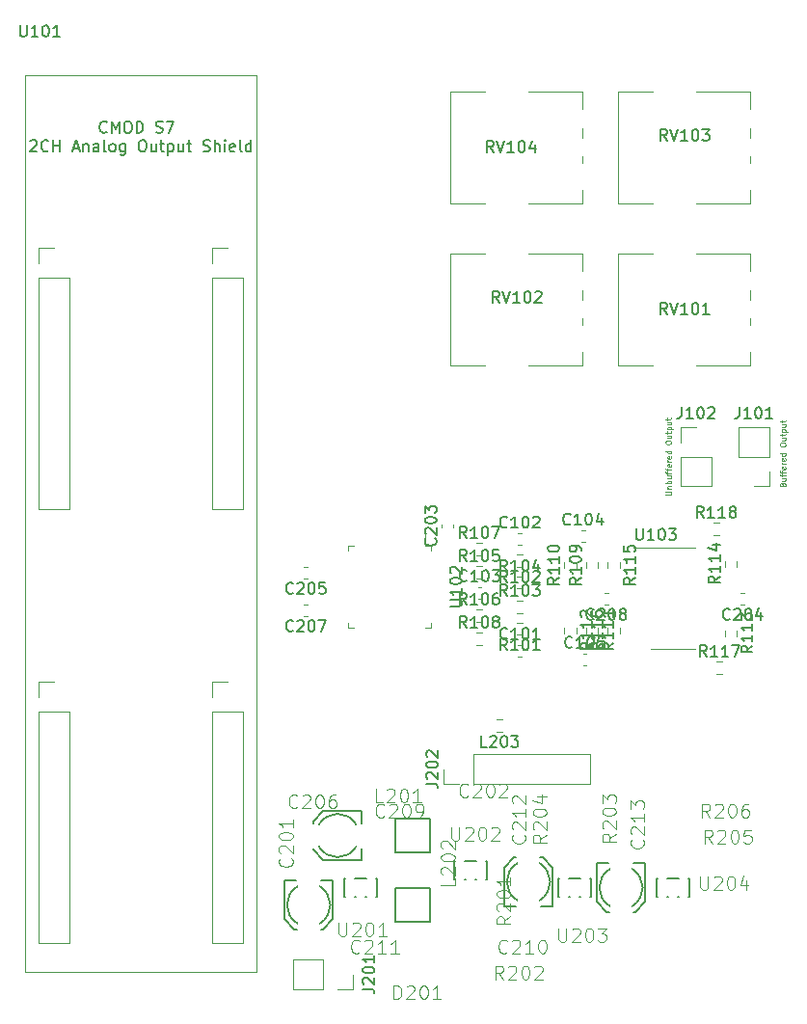
<source format=gbr>
G04 #@! TF.GenerationSoftware,KiCad,Pcbnew,5.1.7*
G04 #@! TF.CreationDate,2020-11-06T15:39:21+01:00*
G04 #@! TF.ProjectId,signal_generator,7369676e-616c-45f6-9765-6e657261746f,rev?*
G04 #@! TF.SameCoordinates,Original*
G04 #@! TF.FileFunction,Legend,Top*
G04 #@! TF.FilePolarity,Positive*
%FSLAX46Y46*%
G04 Gerber Fmt 4.6, Leading zero omitted, Abs format (unit mm)*
G04 Created by KiCad (PCBNEW 5.1.7) date 2020-11-06 15:39:21*
%MOMM*%
%LPD*%
G01*
G04 APERTURE LIST*
%ADD10C,0.125000*%
%ADD11C,0.150000*%
%ADD12C,0.120000*%
%ADD13C,0.127000*%
%ADD14C,0.152400*%
%ADD15C,0.203200*%
%ADD16C,0.101600*%
G04 APERTURE END LIST*
D10*
X248773190Y-92995333D02*
X249177952Y-92995333D01*
X249225571Y-92971523D01*
X249249380Y-92947714D01*
X249273190Y-92900095D01*
X249273190Y-92804857D01*
X249249380Y-92757238D01*
X249225571Y-92733428D01*
X249177952Y-92709619D01*
X248773190Y-92709619D01*
X248939857Y-92471523D02*
X249273190Y-92471523D01*
X248987476Y-92471523D02*
X248963666Y-92447714D01*
X248939857Y-92400095D01*
X248939857Y-92328666D01*
X248963666Y-92281047D01*
X249011285Y-92257238D01*
X249273190Y-92257238D01*
X249273190Y-92019142D02*
X248773190Y-92019142D01*
X248963666Y-92019142D02*
X248939857Y-91971523D01*
X248939857Y-91876285D01*
X248963666Y-91828666D01*
X248987476Y-91804857D01*
X249035095Y-91781047D01*
X249177952Y-91781047D01*
X249225571Y-91804857D01*
X249249380Y-91828666D01*
X249273190Y-91876285D01*
X249273190Y-91971523D01*
X249249380Y-92019142D01*
X248939857Y-91352476D02*
X249273190Y-91352476D01*
X248939857Y-91566761D02*
X249201761Y-91566761D01*
X249249380Y-91542952D01*
X249273190Y-91495333D01*
X249273190Y-91423904D01*
X249249380Y-91376285D01*
X249225571Y-91352476D01*
X248939857Y-91185809D02*
X248939857Y-90995333D01*
X249273190Y-91114380D02*
X248844619Y-91114380D01*
X248797000Y-91090571D01*
X248773190Y-91042952D01*
X248773190Y-90995333D01*
X248939857Y-90900095D02*
X248939857Y-90709619D01*
X249273190Y-90828666D02*
X248844619Y-90828666D01*
X248797000Y-90804857D01*
X248773190Y-90757238D01*
X248773190Y-90709619D01*
X249249380Y-90352476D02*
X249273190Y-90400095D01*
X249273190Y-90495333D01*
X249249380Y-90542952D01*
X249201761Y-90566761D01*
X249011285Y-90566761D01*
X248963666Y-90542952D01*
X248939857Y-90495333D01*
X248939857Y-90400095D01*
X248963666Y-90352476D01*
X249011285Y-90328666D01*
X249058904Y-90328666D01*
X249106523Y-90566761D01*
X249273190Y-90114380D02*
X248939857Y-90114380D01*
X249035095Y-90114380D02*
X248987476Y-90090571D01*
X248963666Y-90066761D01*
X248939857Y-90019142D01*
X248939857Y-89971523D01*
X249249380Y-89614380D02*
X249273190Y-89662000D01*
X249273190Y-89757238D01*
X249249380Y-89804857D01*
X249201761Y-89828666D01*
X249011285Y-89828666D01*
X248963666Y-89804857D01*
X248939857Y-89757238D01*
X248939857Y-89662000D01*
X248963666Y-89614380D01*
X249011285Y-89590571D01*
X249058904Y-89590571D01*
X249106523Y-89828666D01*
X249273190Y-89162000D02*
X248773190Y-89162000D01*
X249249380Y-89162000D02*
X249273190Y-89209619D01*
X249273190Y-89304857D01*
X249249380Y-89352476D01*
X249225571Y-89376285D01*
X249177952Y-89400095D01*
X249035095Y-89400095D01*
X248987476Y-89376285D01*
X248963666Y-89352476D01*
X248939857Y-89304857D01*
X248939857Y-89209619D01*
X248963666Y-89162000D01*
X248773190Y-88447714D02*
X248773190Y-88352476D01*
X248797000Y-88304857D01*
X248844619Y-88257238D01*
X248939857Y-88233428D01*
X249106523Y-88233428D01*
X249201761Y-88257238D01*
X249249380Y-88304857D01*
X249273190Y-88352476D01*
X249273190Y-88447714D01*
X249249380Y-88495333D01*
X249201761Y-88542952D01*
X249106523Y-88566761D01*
X248939857Y-88566761D01*
X248844619Y-88542952D01*
X248797000Y-88495333D01*
X248773190Y-88447714D01*
X248939857Y-87804857D02*
X249273190Y-87804857D01*
X248939857Y-88019142D02*
X249201761Y-88019142D01*
X249249380Y-87995333D01*
X249273190Y-87947714D01*
X249273190Y-87876285D01*
X249249380Y-87828666D01*
X249225571Y-87804857D01*
X248939857Y-87638190D02*
X248939857Y-87447714D01*
X248773190Y-87566761D02*
X249201761Y-87566761D01*
X249249380Y-87542952D01*
X249273190Y-87495333D01*
X249273190Y-87447714D01*
X248939857Y-87281047D02*
X249439857Y-87281047D01*
X248963666Y-87281047D02*
X248939857Y-87233428D01*
X248939857Y-87138190D01*
X248963666Y-87090571D01*
X248987476Y-87066761D01*
X249035095Y-87042952D01*
X249177952Y-87042952D01*
X249225571Y-87066761D01*
X249249380Y-87090571D01*
X249273190Y-87138190D01*
X249273190Y-87233428D01*
X249249380Y-87281047D01*
X248939857Y-86614380D02*
X249273190Y-86614380D01*
X248939857Y-86828666D02*
X249201761Y-86828666D01*
X249249380Y-86804857D01*
X249273190Y-86757238D01*
X249273190Y-86685809D01*
X249249380Y-86638190D01*
X249225571Y-86614380D01*
X248939857Y-86447714D02*
X248939857Y-86257238D01*
X248773190Y-86376285D02*
X249201761Y-86376285D01*
X249249380Y-86352476D01*
X249273190Y-86304857D01*
X249273190Y-86257238D01*
X259044285Y-92110380D02*
X259068095Y-92038952D01*
X259091904Y-92015142D01*
X259139523Y-91991333D01*
X259210952Y-91991333D01*
X259258571Y-92015142D01*
X259282380Y-92038952D01*
X259306190Y-92086571D01*
X259306190Y-92277047D01*
X258806190Y-92277047D01*
X258806190Y-92110380D01*
X258830000Y-92062761D01*
X258853809Y-92038952D01*
X258901428Y-92015142D01*
X258949047Y-92015142D01*
X258996666Y-92038952D01*
X259020476Y-92062761D01*
X259044285Y-92110380D01*
X259044285Y-92277047D01*
X258972857Y-91562761D02*
X259306190Y-91562761D01*
X258972857Y-91777047D02*
X259234761Y-91777047D01*
X259282380Y-91753238D01*
X259306190Y-91705619D01*
X259306190Y-91634190D01*
X259282380Y-91586571D01*
X259258571Y-91562761D01*
X258972857Y-91396095D02*
X258972857Y-91205619D01*
X259306190Y-91324666D02*
X258877619Y-91324666D01*
X258830000Y-91300857D01*
X258806190Y-91253238D01*
X258806190Y-91205619D01*
X258972857Y-91110380D02*
X258972857Y-90919904D01*
X259306190Y-91038952D02*
X258877619Y-91038952D01*
X258830000Y-91015142D01*
X258806190Y-90967523D01*
X258806190Y-90919904D01*
X259282380Y-90562761D02*
X259306190Y-90610380D01*
X259306190Y-90705619D01*
X259282380Y-90753238D01*
X259234761Y-90777047D01*
X259044285Y-90777047D01*
X258996666Y-90753238D01*
X258972857Y-90705619D01*
X258972857Y-90610380D01*
X258996666Y-90562761D01*
X259044285Y-90538952D01*
X259091904Y-90538952D01*
X259139523Y-90777047D01*
X259306190Y-90324666D02*
X258972857Y-90324666D01*
X259068095Y-90324666D02*
X259020476Y-90300857D01*
X258996666Y-90277047D01*
X258972857Y-90229428D01*
X258972857Y-90181809D01*
X259282380Y-89824666D02*
X259306190Y-89872285D01*
X259306190Y-89967523D01*
X259282380Y-90015142D01*
X259234761Y-90038952D01*
X259044285Y-90038952D01*
X258996666Y-90015142D01*
X258972857Y-89967523D01*
X258972857Y-89872285D01*
X258996666Y-89824666D01*
X259044285Y-89800857D01*
X259091904Y-89800857D01*
X259139523Y-90038952D01*
X259306190Y-89372285D02*
X258806190Y-89372285D01*
X259282380Y-89372285D02*
X259306190Y-89419904D01*
X259306190Y-89515142D01*
X259282380Y-89562761D01*
X259258571Y-89586571D01*
X259210952Y-89610380D01*
X259068095Y-89610380D01*
X259020476Y-89586571D01*
X258996666Y-89562761D01*
X258972857Y-89515142D01*
X258972857Y-89419904D01*
X258996666Y-89372285D01*
X258806190Y-88658000D02*
X258806190Y-88562761D01*
X258830000Y-88515142D01*
X258877619Y-88467523D01*
X258972857Y-88443714D01*
X259139523Y-88443714D01*
X259234761Y-88467523D01*
X259282380Y-88515142D01*
X259306190Y-88562761D01*
X259306190Y-88658000D01*
X259282380Y-88705619D01*
X259234761Y-88753238D01*
X259139523Y-88777047D01*
X258972857Y-88777047D01*
X258877619Y-88753238D01*
X258830000Y-88705619D01*
X258806190Y-88658000D01*
X258972857Y-88015142D02*
X259306190Y-88015142D01*
X258972857Y-88229428D02*
X259234761Y-88229428D01*
X259282380Y-88205619D01*
X259306190Y-88158000D01*
X259306190Y-88086571D01*
X259282380Y-88038952D01*
X259258571Y-88015142D01*
X258972857Y-87848476D02*
X258972857Y-87658000D01*
X258806190Y-87777047D02*
X259234761Y-87777047D01*
X259282380Y-87753238D01*
X259306190Y-87705619D01*
X259306190Y-87658000D01*
X258972857Y-87491333D02*
X259472857Y-87491333D01*
X258996666Y-87491333D02*
X258972857Y-87443714D01*
X258972857Y-87348476D01*
X258996666Y-87300857D01*
X259020476Y-87277047D01*
X259068095Y-87253238D01*
X259210952Y-87253238D01*
X259258571Y-87277047D01*
X259282380Y-87300857D01*
X259306190Y-87348476D01*
X259306190Y-87443714D01*
X259282380Y-87491333D01*
X258972857Y-86824666D02*
X259306190Y-86824666D01*
X258972857Y-87038952D02*
X259234761Y-87038952D01*
X259282380Y-87015142D01*
X259306190Y-86967523D01*
X259306190Y-86896095D01*
X259282380Y-86848476D01*
X259258571Y-86824666D01*
X258972857Y-86658000D02*
X258972857Y-86467523D01*
X258806190Y-86586571D02*
X259234761Y-86586571D01*
X259282380Y-86562761D01*
X259306190Y-86515142D01*
X259306190Y-86467523D01*
D11*
X199692000Y-61127142D02*
X199644380Y-61174761D01*
X199501523Y-61222380D01*
X199406285Y-61222380D01*
X199263428Y-61174761D01*
X199168190Y-61079523D01*
X199120571Y-60984285D01*
X199072952Y-60793809D01*
X199072952Y-60650952D01*
X199120571Y-60460476D01*
X199168190Y-60365238D01*
X199263428Y-60270000D01*
X199406285Y-60222380D01*
X199501523Y-60222380D01*
X199644380Y-60270000D01*
X199692000Y-60317619D01*
X200120571Y-61222380D02*
X200120571Y-60222380D01*
X200453904Y-60936666D01*
X200787238Y-60222380D01*
X200787238Y-61222380D01*
X201453904Y-60222380D02*
X201644380Y-60222380D01*
X201739619Y-60270000D01*
X201834857Y-60365238D01*
X201882476Y-60555714D01*
X201882476Y-60889047D01*
X201834857Y-61079523D01*
X201739619Y-61174761D01*
X201644380Y-61222380D01*
X201453904Y-61222380D01*
X201358666Y-61174761D01*
X201263428Y-61079523D01*
X201215809Y-60889047D01*
X201215809Y-60555714D01*
X201263428Y-60365238D01*
X201358666Y-60270000D01*
X201453904Y-60222380D01*
X202311047Y-61222380D02*
X202311047Y-60222380D01*
X202549142Y-60222380D01*
X202692000Y-60270000D01*
X202787238Y-60365238D01*
X202834857Y-60460476D01*
X202882476Y-60650952D01*
X202882476Y-60793809D01*
X202834857Y-60984285D01*
X202787238Y-61079523D01*
X202692000Y-61174761D01*
X202549142Y-61222380D01*
X202311047Y-61222380D01*
X204025333Y-61174761D02*
X204168190Y-61222380D01*
X204406285Y-61222380D01*
X204501523Y-61174761D01*
X204549142Y-61127142D01*
X204596761Y-61031904D01*
X204596761Y-60936666D01*
X204549142Y-60841428D01*
X204501523Y-60793809D01*
X204406285Y-60746190D01*
X204215809Y-60698571D01*
X204120571Y-60650952D01*
X204072952Y-60603333D01*
X204025333Y-60508095D01*
X204025333Y-60412857D01*
X204072952Y-60317619D01*
X204120571Y-60270000D01*
X204215809Y-60222380D01*
X204453904Y-60222380D01*
X204596761Y-60270000D01*
X204930095Y-60222380D02*
X205596761Y-60222380D01*
X205168190Y-61222380D01*
X192977714Y-61967619D02*
X193025333Y-61920000D01*
X193120571Y-61872380D01*
X193358666Y-61872380D01*
X193453904Y-61920000D01*
X193501523Y-61967619D01*
X193549142Y-62062857D01*
X193549142Y-62158095D01*
X193501523Y-62300952D01*
X192930095Y-62872380D01*
X193549142Y-62872380D01*
X194549142Y-62777142D02*
X194501523Y-62824761D01*
X194358666Y-62872380D01*
X194263428Y-62872380D01*
X194120571Y-62824761D01*
X194025333Y-62729523D01*
X193977714Y-62634285D01*
X193930095Y-62443809D01*
X193930095Y-62300952D01*
X193977714Y-62110476D01*
X194025333Y-62015238D01*
X194120571Y-61920000D01*
X194263428Y-61872380D01*
X194358666Y-61872380D01*
X194501523Y-61920000D01*
X194549142Y-61967619D01*
X194977714Y-62872380D02*
X194977714Y-61872380D01*
X194977714Y-62348571D02*
X195549142Y-62348571D01*
X195549142Y-62872380D02*
X195549142Y-61872380D01*
X196739619Y-62586666D02*
X197215809Y-62586666D01*
X196644380Y-62872380D02*
X196977714Y-61872380D01*
X197311047Y-62872380D01*
X197644380Y-62205714D02*
X197644380Y-62872380D01*
X197644380Y-62300952D02*
X197692000Y-62253333D01*
X197787238Y-62205714D01*
X197930095Y-62205714D01*
X198025333Y-62253333D01*
X198072952Y-62348571D01*
X198072952Y-62872380D01*
X198977714Y-62872380D02*
X198977714Y-62348571D01*
X198930095Y-62253333D01*
X198834857Y-62205714D01*
X198644380Y-62205714D01*
X198549142Y-62253333D01*
X198977714Y-62824761D02*
X198882476Y-62872380D01*
X198644380Y-62872380D01*
X198549142Y-62824761D01*
X198501523Y-62729523D01*
X198501523Y-62634285D01*
X198549142Y-62539047D01*
X198644380Y-62491428D01*
X198882476Y-62491428D01*
X198977714Y-62443809D01*
X199596761Y-62872380D02*
X199501523Y-62824761D01*
X199453904Y-62729523D01*
X199453904Y-61872380D01*
X200120571Y-62872380D02*
X200025333Y-62824761D01*
X199977714Y-62777142D01*
X199930095Y-62681904D01*
X199930095Y-62396190D01*
X199977714Y-62300952D01*
X200025333Y-62253333D01*
X200120571Y-62205714D01*
X200263428Y-62205714D01*
X200358666Y-62253333D01*
X200406285Y-62300952D01*
X200453904Y-62396190D01*
X200453904Y-62681904D01*
X200406285Y-62777142D01*
X200358666Y-62824761D01*
X200263428Y-62872380D01*
X200120571Y-62872380D01*
X201311047Y-62205714D02*
X201311047Y-63015238D01*
X201263428Y-63110476D01*
X201215809Y-63158095D01*
X201120571Y-63205714D01*
X200977714Y-63205714D01*
X200882476Y-63158095D01*
X201311047Y-62824761D02*
X201215809Y-62872380D01*
X201025333Y-62872380D01*
X200930095Y-62824761D01*
X200882476Y-62777142D01*
X200834857Y-62681904D01*
X200834857Y-62396190D01*
X200882476Y-62300952D01*
X200930095Y-62253333D01*
X201025333Y-62205714D01*
X201215809Y-62205714D01*
X201311047Y-62253333D01*
X202739619Y-61872380D02*
X202930095Y-61872380D01*
X203025333Y-61920000D01*
X203120571Y-62015238D01*
X203168190Y-62205714D01*
X203168190Y-62539047D01*
X203120571Y-62729523D01*
X203025333Y-62824761D01*
X202930095Y-62872380D01*
X202739619Y-62872380D01*
X202644380Y-62824761D01*
X202549142Y-62729523D01*
X202501523Y-62539047D01*
X202501523Y-62205714D01*
X202549142Y-62015238D01*
X202644380Y-61920000D01*
X202739619Y-61872380D01*
X204025333Y-62205714D02*
X204025333Y-62872380D01*
X203596761Y-62205714D02*
X203596761Y-62729523D01*
X203644380Y-62824761D01*
X203739619Y-62872380D01*
X203882476Y-62872380D01*
X203977714Y-62824761D01*
X204025333Y-62777142D01*
X204358666Y-62205714D02*
X204739619Y-62205714D01*
X204501523Y-61872380D02*
X204501523Y-62729523D01*
X204549142Y-62824761D01*
X204644380Y-62872380D01*
X204739619Y-62872380D01*
X205072952Y-62205714D02*
X205072952Y-63205714D01*
X205072952Y-62253333D02*
X205168190Y-62205714D01*
X205358666Y-62205714D01*
X205453904Y-62253333D01*
X205501523Y-62300952D01*
X205549142Y-62396190D01*
X205549142Y-62681904D01*
X205501523Y-62777142D01*
X205453904Y-62824761D01*
X205358666Y-62872380D01*
X205168190Y-62872380D01*
X205072952Y-62824761D01*
X206406285Y-62205714D02*
X206406285Y-62872380D01*
X205977714Y-62205714D02*
X205977714Y-62729523D01*
X206025333Y-62824761D01*
X206120571Y-62872380D01*
X206263428Y-62872380D01*
X206358666Y-62824761D01*
X206406285Y-62777142D01*
X206739619Y-62205714D02*
X207120571Y-62205714D01*
X206882476Y-61872380D02*
X206882476Y-62729523D01*
X206930095Y-62824761D01*
X207025333Y-62872380D01*
X207120571Y-62872380D01*
X208168190Y-62824761D02*
X208311047Y-62872380D01*
X208549142Y-62872380D01*
X208644380Y-62824761D01*
X208692000Y-62777142D01*
X208739619Y-62681904D01*
X208739619Y-62586666D01*
X208692000Y-62491428D01*
X208644380Y-62443809D01*
X208549142Y-62396190D01*
X208358666Y-62348571D01*
X208263428Y-62300952D01*
X208215809Y-62253333D01*
X208168190Y-62158095D01*
X208168190Y-62062857D01*
X208215809Y-61967619D01*
X208263428Y-61920000D01*
X208358666Y-61872380D01*
X208596761Y-61872380D01*
X208739619Y-61920000D01*
X209168190Y-62872380D02*
X209168190Y-61872380D01*
X209596761Y-62872380D02*
X209596761Y-62348571D01*
X209549142Y-62253333D01*
X209453904Y-62205714D01*
X209311047Y-62205714D01*
X209215809Y-62253333D01*
X209168190Y-62300952D01*
X210072952Y-62872380D02*
X210072952Y-62205714D01*
X210072952Y-61872380D02*
X210025333Y-61920000D01*
X210072952Y-61967619D01*
X210120571Y-61920000D01*
X210072952Y-61872380D01*
X210072952Y-61967619D01*
X210930095Y-62824761D02*
X210834857Y-62872380D01*
X210644380Y-62872380D01*
X210549142Y-62824761D01*
X210501523Y-62729523D01*
X210501523Y-62348571D01*
X210549142Y-62253333D01*
X210644380Y-62205714D01*
X210834857Y-62205714D01*
X210930095Y-62253333D01*
X210977714Y-62348571D01*
X210977714Y-62443809D01*
X210501523Y-62539047D01*
X211549142Y-62872380D02*
X211453904Y-62824761D01*
X211406285Y-62729523D01*
X211406285Y-61872380D01*
X212358666Y-62872380D02*
X212358666Y-61872380D01*
X212358666Y-62824761D02*
X212263428Y-62872380D01*
X212072952Y-62872380D01*
X211977714Y-62824761D01*
X211930095Y-62777142D01*
X211882476Y-62681904D01*
X211882476Y-62396190D01*
X211930095Y-62300952D01*
X211977714Y-62253333D01*
X212072952Y-62205714D01*
X212263428Y-62205714D01*
X212358666Y-62253333D01*
D12*
X252957776Y-95489500D02*
X253467224Y-95489500D01*
X252957776Y-96534500D02*
X253467224Y-96534500D01*
X253237276Y-107681500D02*
X253746724Y-107681500D01*
X253237276Y-108726500D02*
X253746724Y-108726500D01*
X243698500Y-105156724D02*
X243698500Y-104647276D01*
X244743500Y-105156724D02*
X244743500Y-104647276D01*
X244743500Y-98932276D02*
X244743500Y-99441724D01*
X243698500Y-98932276D02*
X243698500Y-99441724D01*
X253985500Y-99314724D02*
X253985500Y-98805276D01*
X255030500Y-99314724D02*
X255030500Y-98805276D01*
X255030500Y-104901276D02*
X255030500Y-105410724D01*
X253985500Y-104901276D02*
X253985500Y-105410724D01*
X240933500Y-104647276D02*
X240933500Y-105156724D01*
X239888500Y-104647276D02*
X239888500Y-105156724D01*
X242838500Y-104647276D02*
X242838500Y-105156724D01*
X241793500Y-104647276D02*
X241793500Y-105156724D01*
X239888500Y-99441724D02*
X239888500Y-98932276D01*
X240933500Y-99441724D02*
X240933500Y-98932276D01*
X241793500Y-99441724D02*
X241793500Y-98932276D01*
X242838500Y-99441724D02*
X242838500Y-98932276D01*
X232155276Y-105141500D02*
X232664724Y-105141500D01*
X232155276Y-106186500D02*
X232664724Y-106186500D01*
X232155276Y-97267500D02*
X232664724Y-97267500D01*
X232155276Y-98312500D02*
X232664724Y-98312500D01*
X232155276Y-103109500D02*
X232664724Y-103109500D01*
X232155276Y-104154500D02*
X232664724Y-104154500D01*
X232155276Y-99299500D02*
X232664724Y-99299500D01*
X232155276Y-100344500D02*
X232664724Y-100344500D01*
X235711276Y-100188500D02*
X236220724Y-100188500D01*
X235711276Y-101233500D02*
X236220724Y-101233500D01*
X235711276Y-102347500D02*
X236220724Y-102347500D01*
X235711276Y-103392500D02*
X236220724Y-103392500D01*
X236220724Y-99328500D02*
X235711276Y-99328500D01*
X236220724Y-98283500D02*
X235711276Y-98283500D01*
X236220724Y-105297500D02*
X235711276Y-105297500D01*
X236220724Y-104252500D02*
X235711276Y-104252500D01*
X234442724Y-113806500D02*
X233933276Y-113806500D01*
X234442724Y-112761500D02*
X233933276Y-112761500D01*
X243706767Y-102618000D02*
X243414233Y-102618000D01*
X243706767Y-101598000D02*
X243414233Y-101598000D01*
X217316267Y-103634000D02*
X217023733Y-103634000D01*
X217316267Y-102614000D02*
X217023733Y-102614000D01*
X217316267Y-100332000D02*
X217023733Y-100332000D01*
X217316267Y-99312000D02*
X217023733Y-99312000D01*
X255670267Y-102618000D02*
X255377733Y-102618000D01*
X255670267Y-101598000D02*
X255377733Y-101598000D01*
X229106000Y-95878767D02*
X229106000Y-95586233D01*
X230126000Y-95878767D02*
X230126000Y-95586233D01*
X241534733Y-106932000D02*
X241827267Y-106932000D01*
X241534733Y-107952000D02*
X241827267Y-107952000D01*
X241382233Y-96137000D02*
X241674767Y-96137000D01*
X241382233Y-97157000D02*
X241674767Y-97157000D01*
X232289233Y-101090000D02*
X232581767Y-101090000D01*
X232289233Y-102110000D02*
X232581767Y-102110000D01*
X235819733Y-96391000D02*
X236112267Y-96391000D01*
X235819733Y-97411000D02*
X236112267Y-97411000D01*
X235819733Y-106170000D02*
X236112267Y-106170000D01*
X235819733Y-107190000D02*
X236112267Y-107190000D01*
D13*
X225044000Y-127532000D02*
X228044000Y-127532000D01*
X225044000Y-130532000D02*
X225044000Y-127532000D01*
X228044000Y-130532000D02*
X225044000Y-130532000D01*
X228044000Y-127532000D02*
X228044000Y-130532000D01*
X228068000Y-124436000D02*
X225068000Y-124436000D01*
X228068000Y-121436000D02*
X228068000Y-124436000D01*
X225068000Y-121436000D02*
X228068000Y-121436000D01*
X225068000Y-124436000D02*
X225068000Y-121436000D01*
D12*
X249428000Y-106543000D02*
X251378000Y-106543000D01*
X249428000Y-106543000D02*
X247478000Y-106543000D01*
X249428000Y-97673000D02*
X251378000Y-97673000D01*
X249428000Y-97673000D02*
X245978000Y-97673000D01*
D14*
X250850000Y-126698000D02*
X250850000Y-128318000D01*
X248006000Y-128318000D02*
X248006000Y-126698000D01*
X248906000Y-126698000D02*
X249950000Y-126698000D01*
X249000000Y-128318000D02*
X248906000Y-128318000D01*
X249950000Y-128318000D02*
X249856000Y-128318000D01*
X248100000Y-128318000D02*
X248006000Y-128318000D01*
X250850000Y-128318000D02*
X250756000Y-128318000D01*
X250756000Y-126698000D02*
X250850000Y-126698000D01*
X248006000Y-126698000D02*
X248100000Y-126698000D01*
X242214000Y-126698000D02*
X242214000Y-128318000D01*
X239370000Y-128318000D02*
X239370000Y-126698000D01*
X240270000Y-126698000D02*
X241314000Y-126698000D01*
X240364000Y-128318000D02*
X240270000Y-128318000D01*
X241314000Y-128318000D02*
X241220000Y-128318000D01*
X239464000Y-128318000D02*
X239370000Y-128318000D01*
X242214000Y-128318000D02*
X242120000Y-128318000D01*
X242120000Y-126698000D02*
X242214000Y-126698000D01*
X239370000Y-126698000D02*
X239464000Y-126698000D01*
X233070000Y-125174000D02*
X233070000Y-126794000D01*
X230226000Y-126794000D02*
X230226000Y-125174000D01*
X231126000Y-125174000D02*
X232170000Y-125174000D01*
X231220000Y-126794000D02*
X231126000Y-126794000D01*
X232170000Y-126794000D02*
X232076000Y-126794000D01*
X230320000Y-126794000D02*
X230226000Y-126794000D01*
X233070000Y-126794000D02*
X232976000Y-126794000D01*
X232976000Y-125174000D02*
X233070000Y-125174000D01*
X230226000Y-125174000D02*
X230320000Y-125174000D01*
X223418000Y-126698000D02*
X223418000Y-128318000D01*
X220574000Y-128318000D02*
X220574000Y-126698000D01*
X221474000Y-126698000D02*
X222518000Y-126698000D01*
X221568000Y-128318000D02*
X221474000Y-128318000D01*
X222518000Y-128318000D02*
X222424000Y-128318000D01*
X220668000Y-128318000D02*
X220574000Y-128318000D01*
X223418000Y-128318000D02*
X223324000Y-128318000D01*
X223324000Y-126698000D02*
X223418000Y-126698000D01*
X220574000Y-126698000D02*
X220668000Y-126698000D01*
D12*
X242122000Y-118424000D02*
X242122000Y-115764000D01*
X231902000Y-118424000D02*
X242122000Y-118424000D01*
X231902000Y-115764000D02*
X242122000Y-115764000D01*
X231902000Y-118424000D02*
X231902000Y-115764000D01*
X230632000Y-118424000D02*
X229302000Y-118424000D01*
X229302000Y-118424000D02*
X229302000Y-117094000D01*
X218694000Y-133798000D02*
X218694000Y-136458000D01*
X218694000Y-133798000D02*
X216094000Y-133798000D01*
X216094000Y-133798000D02*
X216094000Y-136458000D01*
X218694000Y-136458000D02*
X216094000Y-136458000D01*
X221294000Y-136458000D02*
X219964000Y-136458000D01*
X221294000Y-135128000D02*
X221294000Y-136458000D01*
D15*
X247006000Y-128758000D02*
X246106000Y-129658000D01*
X243606000Y-129658000D02*
X242706000Y-128758000D01*
X243806000Y-129658000D02*
X243606000Y-129658000D01*
X246106000Y-129658000D02*
X245956000Y-129658000D01*
X247006000Y-125358000D02*
X247006000Y-128758000D01*
X245956000Y-125358000D02*
X247006000Y-125358000D01*
X242706000Y-125358000D02*
X243756000Y-125358000D01*
X242706000Y-128758000D02*
X242706000Y-125358000D01*
X245806000Y-129158000D02*
G75*
G03*
X245806000Y-125858000I-950000J1650000D01*
G01*
X243906000Y-129158000D02*
G75*
G02*
X243906000Y-125858000I950000J1650000D01*
G01*
X234578000Y-125750000D02*
X235478000Y-124850000D01*
X237978000Y-124850000D02*
X238878000Y-125750000D01*
X237778000Y-124850000D02*
X237978000Y-124850000D01*
X235478000Y-124850000D02*
X235628000Y-124850000D01*
X234578000Y-129150000D02*
X234578000Y-125750000D01*
X235628000Y-129150000D02*
X234578000Y-129150000D01*
X238878000Y-129150000D02*
X237828000Y-129150000D01*
X238878000Y-125750000D02*
X238878000Y-129150000D01*
X235778000Y-125350000D02*
G75*
G03*
X235778000Y-128650000I950000J-1650000D01*
G01*
X237678000Y-125350000D02*
G75*
G02*
X237678000Y-128650000I-950000J-1650000D01*
G01*
X218714000Y-125086000D02*
X217814000Y-124186000D01*
X217814000Y-121686000D02*
X218714000Y-120786000D01*
X217814000Y-121886000D02*
X217814000Y-121686000D01*
X217814000Y-124186000D02*
X217814000Y-124036000D01*
X222114000Y-125086000D02*
X218714000Y-125086000D01*
X222114000Y-124036000D02*
X222114000Y-125086000D01*
X222114000Y-120786000D02*
X222114000Y-121836000D01*
X218714000Y-120786000D02*
X222114000Y-120786000D01*
X218314000Y-123886000D02*
G75*
G03*
X221614000Y-123886000I1650000J950000D01*
G01*
X218314000Y-121986000D02*
G75*
G02*
X221614000Y-121986000I1650000J-950000D01*
G01*
X219574000Y-130282000D02*
X218674000Y-131182000D01*
X216174000Y-131182000D02*
X215274000Y-130282000D01*
X216374000Y-131182000D02*
X216174000Y-131182000D01*
X218674000Y-131182000D02*
X218524000Y-131182000D01*
X219574000Y-126882000D02*
X219574000Y-130282000D01*
X218524000Y-126882000D02*
X219574000Y-126882000D01*
X215274000Y-126882000D02*
X216324000Y-126882000D01*
X215274000Y-130282000D02*
X215274000Y-126882000D01*
X218374000Y-130682000D02*
G75*
G03*
X218374000Y-127382000I-950000J1650000D01*
G01*
X216474000Y-130682000D02*
G75*
G02*
X216474000Y-127382000I950000J1650000D01*
G01*
D12*
X192532000Y-59944000D02*
X192532000Y-133604000D01*
X212852000Y-56134000D02*
X192532000Y-56134000D01*
X212852000Y-72644000D02*
X212852000Y-59944000D01*
X212852000Y-133604000D02*
X212852000Y-72644000D01*
X192532000Y-134874000D02*
X212852000Y-134874000D01*
X193742000Y-73914000D02*
X193742000Y-94294000D01*
X193742000Y-72644000D02*
X193742000Y-71314000D01*
X196402000Y-73914000D02*
X196402000Y-94294000D01*
X193742000Y-73914000D02*
X196402000Y-73914000D01*
X193742000Y-71314000D02*
X195072000Y-71314000D01*
X193742000Y-94294000D02*
X196402000Y-94294000D01*
X208982000Y-73914000D02*
X208982000Y-94294000D01*
X208982000Y-72644000D02*
X208982000Y-71314000D01*
X211642000Y-73914000D02*
X211642000Y-94294000D01*
X208982000Y-73914000D02*
X211642000Y-73914000D01*
X208982000Y-71314000D02*
X210312000Y-71314000D01*
X208982000Y-94294000D02*
X211642000Y-94294000D01*
X193742000Y-112014000D02*
X193742000Y-132394000D01*
X193742000Y-110744000D02*
X193742000Y-109414000D01*
X196402000Y-112014000D02*
X196402000Y-132394000D01*
X193742000Y-112014000D02*
X196402000Y-112014000D01*
X193742000Y-109414000D02*
X195072000Y-109414000D01*
X193742000Y-132394000D02*
X196402000Y-132394000D01*
X208982000Y-112014000D02*
X208982000Y-132394000D01*
X208982000Y-110744000D02*
X208982000Y-109414000D01*
X211642000Y-112014000D02*
X211642000Y-132394000D01*
X208982000Y-112014000D02*
X211642000Y-112014000D01*
X208982000Y-109414000D02*
X210312000Y-109414000D01*
X208982000Y-132394000D02*
X211642000Y-132394000D01*
X212852000Y-133604000D02*
X212852000Y-134874000D01*
X192532000Y-134874000D02*
X192532000Y-133604000D01*
X212852000Y-56134000D02*
X212852000Y-59944000D01*
X192532000Y-56134000D02*
X192532000Y-59944000D01*
X241436000Y-60864000D02*
X241436000Y-61694000D01*
X241436000Y-63314000D02*
X241436000Y-63844000D01*
X241436000Y-66214000D02*
X241436000Y-67394000D01*
X241436000Y-57654000D02*
X236716000Y-57654000D01*
X232906000Y-67394000D02*
X229846000Y-67394000D01*
X241436000Y-67404000D02*
X236716000Y-67404000D01*
X232906000Y-57654000D02*
X229846000Y-57654000D01*
X241436000Y-57654000D02*
X241436000Y-59144000D01*
X229846000Y-57654000D02*
X229846000Y-67394000D01*
X256168000Y-60864000D02*
X256168000Y-61694000D01*
X256168000Y-63314000D02*
X256168000Y-63844000D01*
X256168000Y-66214000D02*
X256168000Y-67394000D01*
X256168000Y-57654000D02*
X251448000Y-57654000D01*
X247638000Y-67394000D02*
X244578000Y-67394000D01*
X256168000Y-67404000D02*
X251448000Y-67404000D01*
X247638000Y-57654000D02*
X244578000Y-57654000D01*
X256168000Y-57654000D02*
X256168000Y-59144000D01*
X244578000Y-57654000D02*
X244578000Y-67394000D01*
X241436000Y-75088000D02*
X241436000Y-75918000D01*
X241436000Y-77538000D02*
X241436000Y-78068000D01*
X241436000Y-80438000D02*
X241436000Y-81618000D01*
X241436000Y-71878000D02*
X236716000Y-71878000D01*
X232906000Y-81618000D02*
X229846000Y-81618000D01*
X241436000Y-81628000D02*
X236716000Y-81628000D01*
X232906000Y-71878000D02*
X229846000Y-71878000D01*
X241436000Y-71878000D02*
X241436000Y-73368000D01*
X229846000Y-71878000D02*
X229846000Y-81618000D01*
X256168000Y-75088000D02*
X256168000Y-75918000D01*
X256168000Y-77538000D02*
X256168000Y-78068000D01*
X256168000Y-80438000D02*
X256168000Y-81618000D01*
X256168000Y-71878000D02*
X251448000Y-71878000D01*
X247638000Y-81618000D02*
X244578000Y-81618000D01*
X256168000Y-81628000D02*
X251448000Y-81628000D01*
X247638000Y-71878000D02*
X244578000Y-71878000D01*
X256168000Y-71878000D02*
X256168000Y-73368000D01*
X244578000Y-71878000D02*
X244578000Y-81618000D01*
X257870000Y-92262000D02*
X256540000Y-92262000D01*
X257870000Y-90932000D02*
X257870000Y-92262000D01*
X257870000Y-89662000D02*
X255210000Y-89662000D01*
X255210000Y-89662000D02*
X255210000Y-87062000D01*
X257870000Y-89662000D02*
X257870000Y-87062000D01*
X257870000Y-87062000D02*
X255210000Y-87062000D01*
X227696000Y-97482000D02*
X227696000Y-96192000D01*
X228146000Y-97482000D02*
X227696000Y-97482000D01*
X228146000Y-97932000D02*
X228146000Y-97482000D01*
X228146000Y-104702000D02*
X227696000Y-104702000D01*
X228146000Y-104252000D02*
X228146000Y-104702000D01*
X220926000Y-97482000D02*
X221376000Y-97482000D01*
X220926000Y-97932000D02*
X220926000Y-97482000D01*
X220926000Y-104702000D02*
X221376000Y-104702000D01*
X220926000Y-104252000D02*
X220926000Y-104702000D01*
X250130000Y-92262000D02*
X252790000Y-92262000D01*
X250130000Y-89662000D02*
X250130000Y-92262000D01*
X252790000Y-89662000D02*
X252790000Y-92262000D01*
X250130000Y-89662000D02*
X252790000Y-89662000D01*
X250130000Y-88392000D02*
X250130000Y-87062000D01*
X250130000Y-87062000D02*
X251460000Y-87062000D01*
D11*
X252093452Y-95034380D02*
X251760119Y-94558190D01*
X251522023Y-95034380D02*
X251522023Y-94034380D01*
X251902976Y-94034380D01*
X251998214Y-94082000D01*
X252045833Y-94129619D01*
X252093452Y-94224857D01*
X252093452Y-94367714D01*
X252045833Y-94462952D01*
X251998214Y-94510571D01*
X251902976Y-94558190D01*
X251522023Y-94558190D01*
X253045833Y-95034380D02*
X252474404Y-95034380D01*
X252760119Y-95034380D02*
X252760119Y-94034380D01*
X252664880Y-94177238D01*
X252569642Y-94272476D01*
X252474404Y-94320095D01*
X253998214Y-95034380D02*
X253426785Y-95034380D01*
X253712500Y-95034380D02*
X253712500Y-94034380D01*
X253617261Y-94177238D01*
X253522023Y-94272476D01*
X253426785Y-94320095D01*
X254569642Y-94462952D02*
X254474404Y-94415333D01*
X254426785Y-94367714D01*
X254379166Y-94272476D01*
X254379166Y-94224857D01*
X254426785Y-94129619D01*
X254474404Y-94082000D01*
X254569642Y-94034380D01*
X254760119Y-94034380D01*
X254855357Y-94082000D01*
X254902976Y-94129619D01*
X254950595Y-94224857D01*
X254950595Y-94272476D01*
X254902976Y-94367714D01*
X254855357Y-94415333D01*
X254760119Y-94462952D01*
X254569642Y-94462952D01*
X254474404Y-94510571D01*
X254426785Y-94558190D01*
X254379166Y-94653428D01*
X254379166Y-94843904D01*
X254426785Y-94939142D01*
X254474404Y-94986761D01*
X254569642Y-95034380D01*
X254760119Y-95034380D01*
X254855357Y-94986761D01*
X254902976Y-94939142D01*
X254950595Y-94843904D01*
X254950595Y-94653428D01*
X254902976Y-94558190D01*
X254855357Y-94510571D01*
X254760119Y-94462952D01*
X252372952Y-107226380D02*
X252039619Y-106750190D01*
X251801523Y-107226380D02*
X251801523Y-106226380D01*
X252182476Y-106226380D01*
X252277714Y-106274000D01*
X252325333Y-106321619D01*
X252372952Y-106416857D01*
X252372952Y-106559714D01*
X252325333Y-106654952D01*
X252277714Y-106702571D01*
X252182476Y-106750190D01*
X251801523Y-106750190D01*
X253325333Y-107226380D02*
X252753904Y-107226380D01*
X253039619Y-107226380D02*
X253039619Y-106226380D01*
X252944380Y-106369238D01*
X252849142Y-106464476D01*
X252753904Y-106512095D01*
X254277714Y-107226380D02*
X253706285Y-107226380D01*
X253992000Y-107226380D02*
X253992000Y-106226380D01*
X253896761Y-106369238D01*
X253801523Y-106464476D01*
X253706285Y-106512095D01*
X254611047Y-106226380D02*
X255277714Y-106226380D01*
X254849142Y-107226380D01*
X243243380Y-106021047D02*
X242767190Y-106354380D01*
X243243380Y-106592476D02*
X242243380Y-106592476D01*
X242243380Y-106211523D01*
X242291000Y-106116285D01*
X242338619Y-106068666D01*
X242433857Y-106021047D01*
X242576714Y-106021047D01*
X242671952Y-106068666D01*
X242719571Y-106116285D01*
X242767190Y-106211523D01*
X242767190Y-106592476D01*
X243243380Y-105068666D02*
X243243380Y-105640095D01*
X243243380Y-105354380D02*
X242243380Y-105354380D01*
X242386238Y-105449619D01*
X242481476Y-105544857D01*
X242529095Y-105640095D01*
X243243380Y-104116285D02*
X243243380Y-104687714D01*
X243243380Y-104402000D02*
X242243380Y-104402000D01*
X242386238Y-104497238D01*
X242481476Y-104592476D01*
X242529095Y-104687714D01*
X242243380Y-103259142D02*
X242243380Y-103449619D01*
X242291000Y-103544857D01*
X242338619Y-103592476D01*
X242481476Y-103687714D01*
X242671952Y-103735333D01*
X243052904Y-103735333D01*
X243148142Y-103687714D01*
X243195761Y-103640095D01*
X243243380Y-103544857D01*
X243243380Y-103354380D01*
X243195761Y-103259142D01*
X243148142Y-103211523D01*
X243052904Y-103163904D01*
X242814809Y-103163904D01*
X242719571Y-103211523D01*
X242671952Y-103259142D01*
X242624333Y-103354380D01*
X242624333Y-103544857D01*
X242671952Y-103640095D01*
X242719571Y-103687714D01*
X242814809Y-103735333D01*
X246103380Y-100306047D02*
X245627190Y-100639380D01*
X246103380Y-100877476D02*
X245103380Y-100877476D01*
X245103380Y-100496523D01*
X245151000Y-100401285D01*
X245198619Y-100353666D01*
X245293857Y-100306047D01*
X245436714Y-100306047D01*
X245531952Y-100353666D01*
X245579571Y-100401285D01*
X245627190Y-100496523D01*
X245627190Y-100877476D01*
X246103380Y-99353666D02*
X246103380Y-99925095D01*
X246103380Y-99639380D02*
X245103380Y-99639380D01*
X245246238Y-99734619D01*
X245341476Y-99829857D01*
X245389095Y-99925095D01*
X246103380Y-98401285D02*
X246103380Y-98972714D01*
X246103380Y-98687000D02*
X245103380Y-98687000D01*
X245246238Y-98782238D01*
X245341476Y-98877476D01*
X245389095Y-98972714D01*
X245103380Y-97496523D02*
X245103380Y-97972714D01*
X245579571Y-98020333D01*
X245531952Y-97972714D01*
X245484333Y-97877476D01*
X245484333Y-97639380D01*
X245531952Y-97544142D01*
X245579571Y-97496523D01*
X245674809Y-97448904D01*
X245912904Y-97448904D01*
X246008142Y-97496523D01*
X246055761Y-97544142D01*
X246103380Y-97639380D01*
X246103380Y-97877476D01*
X246055761Y-97972714D01*
X246008142Y-98020333D01*
X253530380Y-100179047D02*
X253054190Y-100512380D01*
X253530380Y-100750476D02*
X252530380Y-100750476D01*
X252530380Y-100369523D01*
X252578000Y-100274285D01*
X252625619Y-100226666D01*
X252720857Y-100179047D01*
X252863714Y-100179047D01*
X252958952Y-100226666D01*
X253006571Y-100274285D01*
X253054190Y-100369523D01*
X253054190Y-100750476D01*
X253530380Y-99226666D02*
X253530380Y-99798095D01*
X253530380Y-99512380D02*
X252530380Y-99512380D01*
X252673238Y-99607619D01*
X252768476Y-99702857D01*
X252816095Y-99798095D01*
X253530380Y-98274285D02*
X253530380Y-98845714D01*
X253530380Y-98560000D02*
X252530380Y-98560000D01*
X252673238Y-98655238D01*
X252768476Y-98750476D01*
X252816095Y-98845714D01*
X252863714Y-97417142D02*
X253530380Y-97417142D01*
X252482761Y-97655238D02*
X253197047Y-97893333D01*
X253197047Y-97274285D01*
X256390380Y-106275047D02*
X255914190Y-106608380D01*
X256390380Y-106846476D02*
X255390380Y-106846476D01*
X255390380Y-106465523D01*
X255438000Y-106370285D01*
X255485619Y-106322666D01*
X255580857Y-106275047D01*
X255723714Y-106275047D01*
X255818952Y-106322666D01*
X255866571Y-106370285D01*
X255914190Y-106465523D01*
X255914190Y-106846476D01*
X256390380Y-105322666D02*
X256390380Y-105894095D01*
X256390380Y-105608380D02*
X255390380Y-105608380D01*
X255533238Y-105703619D01*
X255628476Y-105798857D01*
X255676095Y-105894095D01*
X256390380Y-104370285D02*
X256390380Y-104941714D01*
X256390380Y-104656000D02*
X255390380Y-104656000D01*
X255533238Y-104751238D01*
X255628476Y-104846476D01*
X255676095Y-104941714D01*
X255390380Y-104036952D02*
X255390380Y-103417904D01*
X255771333Y-103751238D01*
X255771333Y-103608380D01*
X255818952Y-103513142D01*
X255866571Y-103465523D01*
X255961809Y-103417904D01*
X256199904Y-103417904D01*
X256295142Y-103465523D01*
X256342761Y-103513142D01*
X256390380Y-103608380D01*
X256390380Y-103894095D01*
X256342761Y-103989333D01*
X256295142Y-104036952D01*
X242293380Y-106021047D02*
X241817190Y-106354380D01*
X242293380Y-106592476D02*
X241293380Y-106592476D01*
X241293380Y-106211523D01*
X241341000Y-106116285D01*
X241388619Y-106068666D01*
X241483857Y-106021047D01*
X241626714Y-106021047D01*
X241721952Y-106068666D01*
X241769571Y-106116285D01*
X241817190Y-106211523D01*
X241817190Y-106592476D01*
X242293380Y-105068666D02*
X242293380Y-105640095D01*
X242293380Y-105354380D02*
X241293380Y-105354380D01*
X241436238Y-105449619D01*
X241531476Y-105544857D01*
X241579095Y-105640095D01*
X242293380Y-104116285D02*
X242293380Y-104687714D01*
X242293380Y-104402000D02*
X241293380Y-104402000D01*
X241436238Y-104497238D01*
X241531476Y-104592476D01*
X241579095Y-104687714D01*
X241388619Y-103735333D02*
X241341000Y-103687714D01*
X241293380Y-103592476D01*
X241293380Y-103354380D01*
X241341000Y-103259142D01*
X241388619Y-103211523D01*
X241483857Y-103163904D01*
X241579095Y-103163904D01*
X241721952Y-103211523D01*
X242293380Y-103782952D01*
X242293380Y-103163904D01*
X244198380Y-106021047D02*
X243722190Y-106354380D01*
X244198380Y-106592476D02*
X243198380Y-106592476D01*
X243198380Y-106211523D01*
X243246000Y-106116285D01*
X243293619Y-106068666D01*
X243388857Y-106021047D01*
X243531714Y-106021047D01*
X243626952Y-106068666D01*
X243674571Y-106116285D01*
X243722190Y-106211523D01*
X243722190Y-106592476D01*
X244198380Y-105068666D02*
X244198380Y-105640095D01*
X244198380Y-105354380D02*
X243198380Y-105354380D01*
X243341238Y-105449619D01*
X243436476Y-105544857D01*
X243484095Y-105640095D01*
X244198380Y-104116285D02*
X244198380Y-104687714D01*
X244198380Y-104402000D02*
X243198380Y-104402000D01*
X243341238Y-104497238D01*
X243436476Y-104592476D01*
X243484095Y-104687714D01*
X244198380Y-103163904D02*
X244198380Y-103735333D01*
X244198380Y-103449619D02*
X243198380Y-103449619D01*
X243341238Y-103544857D01*
X243436476Y-103640095D01*
X243484095Y-103735333D01*
X239433380Y-100306047D02*
X238957190Y-100639380D01*
X239433380Y-100877476D02*
X238433380Y-100877476D01*
X238433380Y-100496523D01*
X238481000Y-100401285D01*
X238528619Y-100353666D01*
X238623857Y-100306047D01*
X238766714Y-100306047D01*
X238861952Y-100353666D01*
X238909571Y-100401285D01*
X238957190Y-100496523D01*
X238957190Y-100877476D01*
X239433380Y-99353666D02*
X239433380Y-99925095D01*
X239433380Y-99639380D02*
X238433380Y-99639380D01*
X238576238Y-99734619D01*
X238671476Y-99829857D01*
X238719095Y-99925095D01*
X239433380Y-98401285D02*
X239433380Y-98972714D01*
X239433380Y-98687000D02*
X238433380Y-98687000D01*
X238576238Y-98782238D01*
X238671476Y-98877476D01*
X238719095Y-98972714D01*
X238433380Y-97782238D02*
X238433380Y-97687000D01*
X238481000Y-97591761D01*
X238528619Y-97544142D01*
X238623857Y-97496523D01*
X238814333Y-97448904D01*
X239052428Y-97448904D01*
X239242904Y-97496523D01*
X239338142Y-97544142D01*
X239385761Y-97591761D01*
X239433380Y-97687000D01*
X239433380Y-97782238D01*
X239385761Y-97877476D01*
X239338142Y-97925095D01*
X239242904Y-97972714D01*
X239052428Y-98020333D01*
X238814333Y-98020333D01*
X238623857Y-97972714D01*
X238528619Y-97925095D01*
X238481000Y-97877476D01*
X238433380Y-97782238D01*
X241338380Y-100306047D02*
X240862190Y-100639380D01*
X241338380Y-100877476D02*
X240338380Y-100877476D01*
X240338380Y-100496523D01*
X240386000Y-100401285D01*
X240433619Y-100353666D01*
X240528857Y-100306047D01*
X240671714Y-100306047D01*
X240766952Y-100353666D01*
X240814571Y-100401285D01*
X240862190Y-100496523D01*
X240862190Y-100877476D01*
X241338380Y-99353666D02*
X241338380Y-99925095D01*
X241338380Y-99639380D02*
X240338380Y-99639380D01*
X240481238Y-99734619D01*
X240576476Y-99829857D01*
X240624095Y-99925095D01*
X240338380Y-98734619D02*
X240338380Y-98639380D01*
X240386000Y-98544142D01*
X240433619Y-98496523D01*
X240528857Y-98448904D01*
X240719333Y-98401285D01*
X240957428Y-98401285D01*
X241147904Y-98448904D01*
X241243142Y-98496523D01*
X241290761Y-98544142D01*
X241338380Y-98639380D01*
X241338380Y-98734619D01*
X241290761Y-98829857D01*
X241243142Y-98877476D01*
X241147904Y-98925095D01*
X240957428Y-98972714D01*
X240719333Y-98972714D01*
X240528857Y-98925095D01*
X240433619Y-98877476D01*
X240386000Y-98829857D01*
X240338380Y-98734619D01*
X241338380Y-97925095D02*
X241338380Y-97734619D01*
X241290761Y-97639380D01*
X241243142Y-97591761D01*
X241100285Y-97496523D01*
X240909809Y-97448904D01*
X240528857Y-97448904D01*
X240433619Y-97496523D01*
X240386000Y-97544142D01*
X240338380Y-97639380D01*
X240338380Y-97829857D01*
X240386000Y-97925095D01*
X240433619Y-97972714D01*
X240528857Y-98020333D01*
X240766952Y-98020333D01*
X240862190Y-97972714D01*
X240909809Y-97925095D01*
X240957428Y-97829857D01*
X240957428Y-97639380D01*
X240909809Y-97544142D01*
X240862190Y-97496523D01*
X240766952Y-97448904D01*
X231290952Y-104686380D02*
X230957619Y-104210190D01*
X230719523Y-104686380D02*
X230719523Y-103686380D01*
X231100476Y-103686380D01*
X231195714Y-103734000D01*
X231243333Y-103781619D01*
X231290952Y-103876857D01*
X231290952Y-104019714D01*
X231243333Y-104114952D01*
X231195714Y-104162571D01*
X231100476Y-104210190D01*
X230719523Y-104210190D01*
X232243333Y-104686380D02*
X231671904Y-104686380D01*
X231957619Y-104686380D02*
X231957619Y-103686380D01*
X231862380Y-103829238D01*
X231767142Y-103924476D01*
X231671904Y-103972095D01*
X232862380Y-103686380D02*
X232957619Y-103686380D01*
X233052857Y-103734000D01*
X233100476Y-103781619D01*
X233148095Y-103876857D01*
X233195714Y-104067333D01*
X233195714Y-104305428D01*
X233148095Y-104495904D01*
X233100476Y-104591142D01*
X233052857Y-104638761D01*
X232957619Y-104686380D01*
X232862380Y-104686380D01*
X232767142Y-104638761D01*
X232719523Y-104591142D01*
X232671904Y-104495904D01*
X232624285Y-104305428D01*
X232624285Y-104067333D01*
X232671904Y-103876857D01*
X232719523Y-103781619D01*
X232767142Y-103734000D01*
X232862380Y-103686380D01*
X233767142Y-104114952D02*
X233671904Y-104067333D01*
X233624285Y-104019714D01*
X233576666Y-103924476D01*
X233576666Y-103876857D01*
X233624285Y-103781619D01*
X233671904Y-103734000D01*
X233767142Y-103686380D01*
X233957619Y-103686380D01*
X234052857Y-103734000D01*
X234100476Y-103781619D01*
X234148095Y-103876857D01*
X234148095Y-103924476D01*
X234100476Y-104019714D01*
X234052857Y-104067333D01*
X233957619Y-104114952D01*
X233767142Y-104114952D01*
X233671904Y-104162571D01*
X233624285Y-104210190D01*
X233576666Y-104305428D01*
X233576666Y-104495904D01*
X233624285Y-104591142D01*
X233671904Y-104638761D01*
X233767142Y-104686380D01*
X233957619Y-104686380D01*
X234052857Y-104638761D01*
X234100476Y-104591142D01*
X234148095Y-104495904D01*
X234148095Y-104305428D01*
X234100476Y-104210190D01*
X234052857Y-104162571D01*
X233957619Y-104114952D01*
X231290952Y-96812380D02*
X230957619Y-96336190D01*
X230719523Y-96812380D02*
X230719523Y-95812380D01*
X231100476Y-95812380D01*
X231195714Y-95860000D01*
X231243333Y-95907619D01*
X231290952Y-96002857D01*
X231290952Y-96145714D01*
X231243333Y-96240952D01*
X231195714Y-96288571D01*
X231100476Y-96336190D01*
X230719523Y-96336190D01*
X232243333Y-96812380D02*
X231671904Y-96812380D01*
X231957619Y-96812380D02*
X231957619Y-95812380D01*
X231862380Y-95955238D01*
X231767142Y-96050476D01*
X231671904Y-96098095D01*
X232862380Y-95812380D02*
X232957619Y-95812380D01*
X233052857Y-95860000D01*
X233100476Y-95907619D01*
X233148095Y-96002857D01*
X233195714Y-96193333D01*
X233195714Y-96431428D01*
X233148095Y-96621904D01*
X233100476Y-96717142D01*
X233052857Y-96764761D01*
X232957619Y-96812380D01*
X232862380Y-96812380D01*
X232767142Y-96764761D01*
X232719523Y-96717142D01*
X232671904Y-96621904D01*
X232624285Y-96431428D01*
X232624285Y-96193333D01*
X232671904Y-96002857D01*
X232719523Y-95907619D01*
X232767142Y-95860000D01*
X232862380Y-95812380D01*
X233529047Y-95812380D02*
X234195714Y-95812380D01*
X233767142Y-96812380D01*
X231290952Y-102654380D02*
X230957619Y-102178190D01*
X230719523Y-102654380D02*
X230719523Y-101654380D01*
X231100476Y-101654380D01*
X231195714Y-101702000D01*
X231243333Y-101749619D01*
X231290952Y-101844857D01*
X231290952Y-101987714D01*
X231243333Y-102082952D01*
X231195714Y-102130571D01*
X231100476Y-102178190D01*
X230719523Y-102178190D01*
X232243333Y-102654380D02*
X231671904Y-102654380D01*
X231957619Y-102654380D02*
X231957619Y-101654380D01*
X231862380Y-101797238D01*
X231767142Y-101892476D01*
X231671904Y-101940095D01*
X232862380Y-101654380D02*
X232957619Y-101654380D01*
X233052857Y-101702000D01*
X233100476Y-101749619D01*
X233148095Y-101844857D01*
X233195714Y-102035333D01*
X233195714Y-102273428D01*
X233148095Y-102463904D01*
X233100476Y-102559142D01*
X233052857Y-102606761D01*
X232957619Y-102654380D01*
X232862380Y-102654380D01*
X232767142Y-102606761D01*
X232719523Y-102559142D01*
X232671904Y-102463904D01*
X232624285Y-102273428D01*
X232624285Y-102035333D01*
X232671904Y-101844857D01*
X232719523Y-101749619D01*
X232767142Y-101702000D01*
X232862380Y-101654380D01*
X234052857Y-101654380D02*
X233862380Y-101654380D01*
X233767142Y-101702000D01*
X233719523Y-101749619D01*
X233624285Y-101892476D01*
X233576666Y-102082952D01*
X233576666Y-102463904D01*
X233624285Y-102559142D01*
X233671904Y-102606761D01*
X233767142Y-102654380D01*
X233957619Y-102654380D01*
X234052857Y-102606761D01*
X234100476Y-102559142D01*
X234148095Y-102463904D01*
X234148095Y-102225809D01*
X234100476Y-102130571D01*
X234052857Y-102082952D01*
X233957619Y-102035333D01*
X233767142Y-102035333D01*
X233671904Y-102082952D01*
X233624285Y-102130571D01*
X233576666Y-102225809D01*
X231290952Y-98844380D02*
X230957619Y-98368190D01*
X230719523Y-98844380D02*
X230719523Y-97844380D01*
X231100476Y-97844380D01*
X231195714Y-97892000D01*
X231243333Y-97939619D01*
X231290952Y-98034857D01*
X231290952Y-98177714D01*
X231243333Y-98272952D01*
X231195714Y-98320571D01*
X231100476Y-98368190D01*
X230719523Y-98368190D01*
X232243333Y-98844380D02*
X231671904Y-98844380D01*
X231957619Y-98844380D02*
X231957619Y-97844380D01*
X231862380Y-97987238D01*
X231767142Y-98082476D01*
X231671904Y-98130095D01*
X232862380Y-97844380D02*
X232957619Y-97844380D01*
X233052857Y-97892000D01*
X233100476Y-97939619D01*
X233148095Y-98034857D01*
X233195714Y-98225333D01*
X233195714Y-98463428D01*
X233148095Y-98653904D01*
X233100476Y-98749142D01*
X233052857Y-98796761D01*
X232957619Y-98844380D01*
X232862380Y-98844380D01*
X232767142Y-98796761D01*
X232719523Y-98749142D01*
X232671904Y-98653904D01*
X232624285Y-98463428D01*
X232624285Y-98225333D01*
X232671904Y-98034857D01*
X232719523Y-97939619D01*
X232767142Y-97892000D01*
X232862380Y-97844380D01*
X234100476Y-97844380D02*
X233624285Y-97844380D01*
X233576666Y-98320571D01*
X233624285Y-98272952D01*
X233719523Y-98225333D01*
X233957619Y-98225333D01*
X234052857Y-98272952D01*
X234100476Y-98320571D01*
X234148095Y-98415809D01*
X234148095Y-98653904D01*
X234100476Y-98749142D01*
X234052857Y-98796761D01*
X233957619Y-98844380D01*
X233719523Y-98844380D01*
X233624285Y-98796761D01*
X233576666Y-98749142D01*
X234846952Y-99733380D02*
X234513619Y-99257190D01*
X234275523Y-99733380D02*
X234275523Y-98733380D01*
X234656476Y-98733380D01*
X234751714Y-98781000D01*
X234799333Y-98828619D01*
X234846952Y-98923857D01*
X234846952Y-99066714D01*
X234799333Y-99161952D01*
X234751714Y-99209571D01*
X234656476Y-99257190D01*
X234275523Y-99257190D01*
X235799333Y-99733380D02*
X235227904Y-99733380D01*
X235513619Y-99733380D02*
X235513619Y-98733380D01*
X235418380Y-98876238D01*
X235323142Y-98971476D01*
X235227904Y-99019095D01*
X236418380Y-98733380D02*
X236513619Y-98733380D01*
X236608857Y-98781000D01*
X236656476Y-98828619D01*
X236704095Y-98923857D01*
X236751714Y-99114333D01*
X236751714Y-99352428D01*
X236704095Y-99542904D01*
X236656476Y-99638142D01*
X236608857Y-99685761D01*
X236513619Y-99733380D01*
X236418380Y-99733380D01*
X236323142Y-99685761D01*
X236275523Y-99638142D01*
X236227904Y-99542904D01*
X236180285Y-99352428D01*
X236180285Y-99114333D01*
X236227904Y-98923857D01*
X236275523Y-98828619D01*
X236323142Y-98781000D01*
X236418380Y-98733380D01*
X237608857Y-99066714D02*
X237608857Y-99733380D01*
X237370761Y-98685761D02*
X237132666Y-99400047D01*
X237751714Y-99400047D01*
X234846952Y-101892380D02*
X234513619Y-101416190D01*
X234275523Y-101892380D02*
X234275523Y-100892380D01*
X234656476Y-100892380D01*
X234751714Y-100940000D01*
X234799333Y-100987619D01*
X234846952Y-101082857D01*
X234846952Y-101225714D01*
X234799333Y-101320952D01*
X234751714Y-101368571D01*
X234656476Y-101416190D01*
X234275523Y-101416190D01*
X235799333Y-101892380D02*
X235227904Y-101892380D01*
X235513619Y-101892380D02*
X235513619Y-100892380D01*
X235418380Y-101035238D01*
X235323142Y-101130476D01*
X235227904Y-101178095D01*
X236418380Y-100892380D02*
X236513619Y-100892380D01*
X236608857Y-100940000D01*
X236656476Y-100987619D01*
X236704095Y-101082857D01*
X236751714Y-101273333D01*
X236751714Y-101511428D01*
X236704095Y-101701904D01*
X236656476Y-101797142D01*
X236608857Y-101844761D01*
X236513619Y-101892380D01*
X236418380Y-101892380D01*
X236323142Y-101844761D01*
X236275523Y-101797142D01*
X236227904Y-101701904D01*
X236180285Y-101511428D01*
X236180285Y-101273333D01*
X236227904Y-101082857D01*
X236275523Y-100987619D01*
X236323142Y-100940000D01*
X236418380Y-100892380D01*
X237085047Y-100892380D02*
X237704095Y-100892380D01*
X237370761Y-101273333D01*
X237513619Y-101273333D01*
X237608857Y-101320952D01*
X237656476Y-101368571D01*
X237704095Y-101463809D01*
X237704095Y-101701904D01*
X237656476Y-101797142D01*
X237608857Y-101844761D01*
X237513619Y-101892380D01*
X237227904Y-101892380D01*
X237132666Y-101844761D01*
X237085047Y-101797142D01*
X234846952Y-100688380D02*
X234513619Y-100212190D01*
X234275523Y-100688380D02*
X234275523Y-99688380D01*
X234656476Y-99688380D01*
X234751714Y-99736000D01*
X234799333Y-99783619D01*
X234846952Y-99878857D01*
X234846952Y-100021714D01*
X234799333Y-100116952D01*
X234751714Y-100164571D01*
X234656476Y-100212190D01*
X234275523Y-100212190D01*
X235799333Y-100688380D02*
X235227904Y-100688380D01*
X235513619Y-100688380D02*
X235513619Y-99688380D01*
X235418380Y-99831238D01*
X235323142Y-99926476D01*
X235227904Y-99974095D01*
X236418380Y-99688380D02*
X236513619Y-99688380D01*
X236608857Y-99736000D01*
X236656476Y-99783619D01*
X236704095Y-99878857D01*
X236751714Y-100069333D01*
X236751714Y-100307428D01*
X236704095Y-100497904D01*
X236656476Y-100593142D01*
X236608857Y-100640761D01*
X236513619Y-100688380D01*
X236418380Y-100688380D01*
X236323142Y-100640761D01*
X236275523Y-100593142D01*
X236227904Y-100497904D01*
X236180285Y-100307428D01*
X236180285Y-100069333D01*
X236227904Y-99878857D01*
X236275523Y-99783619D01*
X236323142Y-99736000D01*
X236418380Y-99688380D01*
X237132666Y-99783619D02*
X237180285Y-99736000D01*
X237275523Y-99688380D01*
X237513619Y-99688380D01*
X237608857Y-99736000D01*
X237656476Y-99783619D01*
X237704095Y-99878857D01*
X237704095Y-99974095D01*
X237656476Y-100116952D01*
X237085047Y-100688380D01*
X237704095Y-100688380D01*
X234846952Y-106657380D02*
X234513619Y-106181190D01*
X234275523Y-106657380D02*
X234275523Y-105657380D01*
X234656476Y-105657380D01*
X234751714Y-105705000D01*
X234799333Y-105752619D01*
X234846952Y-105847857D01*
X234846952Y-105990714D01*
X234799333Y-106085952D01*
X234751714Y-106133571D01*
X234656476Y-106181190D01*
X234275523Y-106181190D01*
X235799333Y-106657380D02*
X235227904Y-106657380D01*
X235513619Y-106657380D02*
X235513619Y-105657380D01*
X235418380Y-105800238D01*
X235323142Y-105895476D01*
X235227904Y-105943095D01*
X236418380Y-105657380D02*
X236513619Y-105657380D01*
X236608857Y-105705000D01*
X236656476Y-105752619D01*
X236704095Y-105847857D01*
X236751714Y-106038333D01*
X236751714Y-106276428D01*
X236704095Y-106466904D01*
X236656476Y-106562142D01*
X236608857Y-106609761D01*
X236513619Y-106657380D01*
X236418380Y-106657380D01*
X236323142Y-106609761D01*
X236275523Y-106562142D01*
X236227904Y-106466904D01*
X236180285Y-106276428D01*
X236180285Y-106038333D01*
X236227904Y-105847857D01*
X236275523Y-105752619D01*
X236323142Y-105705000D01*
X236418380Y-105657380D01*
X237704095Y-106657380D02*
X237132666Y-106657380D01*
X237418380Y-106657380D02*
X237418380Y-105657380D01*
X237323142Y-105800238D01*
X237227904Y-105895476D01*
X237132666Y-105943095D01*
X233068952Y-115166380D02*
X232592761Y-115166380D01*
X232592761Y-114166380D01*
X233354666Y-114261619D02*
X233402285Y-114214000D01*
X233497523Y-114166380D01*
X233735619Y-114166380D01*
X233830857Y-114214000D01*
X233878476Y-114261619D01*
X233926095Y-114356857D01*
X233926095Y-114452095D01*
X233878476Y-114594952D01*
X233307047Y-115166380D01*
X233926095Y-115166380D01*
X234545142Y-114166380D02*
X234640380Y-114166380D01*
X234735619Y-114214000D01*
X234783238Y-114261619D01*
X234830857Y-114356857D01*
X234878476Y-114547333D01*
X234878476Y-114785428D01*
X234830857Y-114975904D01*
X234783238Y-115071142D01*
X234735619Y-115118761D01*
X234640380Y-115166380D01*
X234545142Y-115166380D01*
X234449904Y-115118761D01*
X234402285Y-115071142D01*
X234354666Y-114975904D01*
X234307047Y-114785428D01*
X234307047Y-114547333D01*
X234354666Y-114356857D01*
X234402285Y-114261619D01*
X234449904Y-114214000D01*
X234545142Y-114166380D01*
X235211809Y-114166380D02*
X235830857Y-114166380D01*
X235497523Y-114547333D01*
X235640380Y-114547333D01*
X235735619Y-114594952D01*
X235783238Y-114642571D01*
X235830857Y-114737809D01*
X235830857Y-114975904D01*
X235783238Y-115071142D01*
X235735619Y-115118761D01*
X235640380Y-115166380D01*
X235354666Y-115166380D01*
X235259428Y-115118761D01*
X235211809Y-115071142D01*
X242441452Y-103895142D02*
X242393833Y-103942761D01*
X242250976Y-103990380D01*
X242155738Y-103990380D01*
X242012880Y-103942761D01*
X241917642Y-103847523D01*
X241870023Y-103752285D01*
X241822404Y-103561809D01*
X241822404Y-103418952D01*
X241870023Y-103228476D01*
X241917642Y-103133238D01*
X242012880Y-103038000D01*
X242155738Y-102990380D01*
X242250976Y-102990380D01*
X242393833Y-103038000D01*
X242441452Y-103085619D01*
X242822404Y-103085619D02*
X242870023Y-103038000D01*
X242965261Y-102990380D01*
X243203357Y-102990380D01*
X243298595Y-103038000D01*
X243346214Y-103085619D01*
X243393833Y-103180857D01*
X243393833Y-103276095D01*
X243346214Y-103418952D01*
X242774785Y-103990380D01*
X243393833Y-103990380D01*
X244012880Y-102990380D02*
X244108119Y-102990380D01*
X244203357Y-103038000D01*
X244250976Y-103085619D01*
X244298595Y-103180857D01*
X244346214Y-103371333D01*
X244346214Y-103609428D01*
X244298595Y-103799904D01*
X244250976Y-103895142D01*
X244203357Y-103942761D01*
X244108119Y-103990380D01*
X244012880Y-103990380D01*
X243917642Y-103942761D01*
X243870023Y-103895142D01*
X243822404Y-103799904D01*
X243774785Y-103609428D01*
X243774785Y-103371333D01*
X243822404Y-103180857D01*
X243870023Y-103085619D01*
X243917642Y-103038000D01*
X244012880Y-102990380D01*
X244917642Y-103418952D02*
X244822404Y-103371333D01*
X244774785Y-103323714D01*
X244727166Y-103228476D01*
X244727166Y-103180857D01*
X244774785Y-103085619D01*
X244822404Y-103038000D01*
X244917642Y-102990380D01*
X245108119Y-102990380D01*
X245203357Y-103038000D01*
X245250976Y-103085619D01*
X245298595Y-103180857D01*
X245298595Y-103228476D01*
X245250976Y-103323714D01*
X245203357Y-103371333D01*
X245108119Y-103418952D01*
X244917642Y-103418952D01*
X244822404Y-103466571D01*
X244774785Y-103514190D01*
X244727166Y-103609428D01*
X244727166Y-103799904D01*
X244774785Y-103895142D01*
X244822404Y-103942761D01*
X244917642Y-103990380D01*
X245108119Y-103990380D01*
X245203357Y-103942761D01*
X245250976Y-103895142D01*
X245298595Y-103799904D01*
X245298595Y-103609428D01*
X245250976Y-103514190D01*
X245203357Y-103466571D01*
X245108119Y-103418952D01*
X216050952Y-104911142D02*
X216003333Y-104958761D01*
X215860476Y-105006380D01*
X215765238Y-105006380D01*
X215622380Y-104958761D01*
X215527142Y-104863523D01*
X215479523Y-104768285D01*
X215431904Y-104577809D01*
X215431904Y-104434952D01*
X215479523Y-104244476D01*
X215527142Y-104149238D01*
X215622380Y-104054000D01*
X215765238Y-104006380D01*
X215860476Y-104006380D01*
X216003333Y-104054000D01*
X216050952Y-104101619D01*
X216431904Y-104101619D02*
X216479523Y-104054000D01*
X216574761Y-104006380D01*
X216812857Y-104006380D01*
X216908095Y-104054000D01*
X216955714Y-104101619D01*
X217003333Y-104196857D01*
X217003333Y-104292095D01*
X216955714Y-104434952D01*
X216384285Y-105006380D01*
X217003333Y-105006380D01*
X217622380Y-104006380D02*
X217717619Y-104006380D01*
X217812857Y-104054000D01*
X217860476Y-104101619D01*
X217908095Y-104196857D01*
X217955714Y-104387333D01*
X217955714Y-104625428D01*
X217908095Y-104815904D01*
X217860476Y-104911142D01*
X217812857Y-104958761D01*
X217717619Y-105006380D01*
X217622380Y-105006380D01*
X217527142Y-104958761D01*
X217479523Y-104911142D01*
X217431904Y-104815904D01*
X217384285Y-104625428D01*
X217384285Y-104387333D01*
X217431904Y-104196857D01*
X217479523Y-104101619D01*
X217527142Y-104054000D01*
X217622380Y-104006380D01*
X218289047Y-104006380D02*
X218955714Y-104006380D01*
X218527142Y-105006380D01*
X216050952Y-101609142D02*
X216003333Y-101656761D01*
X215860476Y-101704380D01*
X215765238Y-101704380D01*
X215622380Y-101656761D01*
X215527142Y-101561523D01*
X215479523Y-101466285D01*
X215431904Y-101275809D01*
X215431904Y-101132952D01*
X215479523Y-100942476D01*
X215527142Y-100847238D01*
X215622380Y-100752000D01*
X215765238Y-100704380D01*
X215860476Y-100704380D01*
X216003333Y-100752000D01*
X216050952Y-100799619D01*
X216431904Y-100799619D02*
X216479523Y-100752000D01*
X216574761Y-100704380D01*
X216812857Y-100704380D01*
X216908095Y-100752000D01*
X216955714Y-100799619D01*
X217003333Y-100894857D01*
X217003333Y-100990095D01*
X216955714Y-101132952D01*
X216384285Y-101704380D01*
X217003333Y-101704380D01*
X217622380Y-100704380D02*
X217717619Y-100704380D01*
X217812857Y-100752000D01*
X217860476Y-100799619D01*
X217908095Y-100894857D01*
X217955714Y-101085333D01*
X217955714Y-101323428D01*
X217908095Y-101513904D01*
X217860476Y-101609142D01*
X217812857Y-101656761D01*
X217717619Y-101704380D01*
X217622380Y-101704380D01*
X217527142Y-101656761D01*
X217479523Y-101609142D01*
X217431904Y-101513904D01*
X217384285Y-101323428D01*
X217384285Y-101085333D01*
X217431904Y-100894857D01*
X217479523Y-100799619D01*
X217527142Y-100752000D01*
X217622380Y-100704380D01*
X218860476Y-100704380D02*
X218384285Y-100704380D01*
X218336666Y-101180571D01*
X218384285Y-101132952D01*
X218479523Y-101085333D01*
X218717619Y-101085333D01*
X218812857Y-101132952D01*
X218860476Y-101180571D01*
X218908095Y-101275809D01*
X218908095Y-101513904D01*
X218860476Y-101609142D01*
X218812857Y-101656761D01*
X218717619Y-101704380D01*
X218479523Y-101704380D01*
X218384285Y-101656761D01*
X218336666Y-101609142D01*
X254404952Y-103895142D02*
X254357333Y-103942761D01*
X254214476Y-103990380D01*
X254119238Y-103990380D01*
X253976380Y-103942761D01*
X253881142Y-103847523D01*
X253833523Y-103752285D01*
X253785904Y-103561809D01*
X253785904Y-103418952D01*
X253833523Y-103228476D01*
X253881142Y-103133238D01*
X253976380Y-103038000D01*
X254119238Y-102990380D01*
X254214476Y-102990380D01*
X254357333Y-103038000D01*
X254404952Y-103085619D01*
X254785904Y-103085619D02*
X254833523Y-103038000D01*
X254928761Y-102990380D01*
X255166857Y-102990380D01*
X255262095Y-103038000D01*
X255309714Y-103085619D01*
X255357333Y-103180857D01*
X255357333Y-103276095D01*
X255309714Y-103418952D01*
X254738285Y-103990380D01*
X255357333Y-103990380D01*
X255976380Y-102990380D02*
X256071619Y-102990380D01*
X256166857Y-103038000D01*
X256214476Y-103085619D01*
X256262095Y-103180857D01*
X256309714Y-103371333D01*
X256309714Y-103609428D01*
X256262095Y-103799904D01*
X256214476Y-103895142D01*
X256166857Y-103942761D01*
X256071619Y-103990380D01*
X255976380Y-103990380D01*
X255881142Y-103942761D01*
X255833523Y-103895142D01*
X255785904Y-103799904D01*
X255738285Y-103609428D01*
X255738285Y-103371333D01*
X255785904Y-103180857D01*
X255833523Y-103085619D01*
X255881142Y-103038000D01*
X255976380Y-102990380D01*
X257166857Y-103323714D02*
X257166857Y-103990380D01*
X256928761Y-102942761D02*
X256690666Y-103657047D01*
X257309714Y-103657047D01*
X228543142Y-96851547D02*
X228590761Y-96899166D01*
X228638380Y-97042023D01*
X228638380Y-97137261D01*
X228590761Y-97280119D01*
X228495523Y-97375357D01*
X228400285Y-97422976D01*
X228209809Y-97470595D01*
X228066952Y-97470595D01*
X227876476Y-97422976D01*
X227781238Y-97375357D01*
X227686000Y-97280119D01*
X227638380Y-97137261D01*
X227638380Y-97042023D01*
X227686000Y-96899166D01*
X227733619Y-96851547D01*
X227733619Y-96470595D02*
X227686000Y-96422976D01*
X227638380Y-96327738D01*
X227638380Y-96089642D01*
X227686000Y-95994404D01*
X227733619Y-95946785D01*
X227828857Y-95899166D01*
X227924095Y-95899166D01*
X228066952Y-95946785D01*
X228638380Y-96518214D01*
X228638380Y-95899166D01*
X227638380Y-95280119D02*
X227638380Y-95184880D01*
X227686000Y-95089642D01*
X227733619Y-95042023D01*
X227828857Y-94994404D01*
X228019333Y-94946785D01*
X228257428Y-94946785D01*
X228447904Y-94994404D01*
X228543142Y-95042023D01*
X228590761Y-95089642D01*
X228638380Y-95184880D01*
X228638380Y-95280119D01*
X228590761Y-95375357D01*
X228543142Y-95422976D01*
X228447904Y-95470595D01*
X228257428Y-95518214D01*
X228019333Y-95518214D01*
X227828857Y-95470595D01*
X227733619Y-95422976D01*
X227686000Y-95375357D01*
X227638380Y-95280119D01*
X227638380Y-94613452D02*
X227638380Y-93994404D01*
X228019333Y-94327738D01*
X228019333Y-94184880D01*
X228066952Y-94089642D01*
X228114571Y-94042023D01*
X228209809Y-93994404D01*
X228447904Y-93994404D01*
X228543142Y-94042023D01*
X228590761Y-94089642D01*
X228638380Y-94184880D01*
X228638380Y-94470595D01*
X228590761Y-94565833D01*
X228543142Y-94613452D01*
X240561952Y-106369142D02*
X240514333Y-106416761D01*
X240371476Y-106464380D01*
X240276238Y-106464380D01*
X240133380Y-106416761D01*
X240038142Y-106321523D01*
X239990523Y-106226285D01*
X239942904Y-106035809D01*
X239942904Y-105892952D01*
X239990523Y-105702476D01*
X240038142Y-105607238D01*
X240133380Y-105512000D01*
X240276238Y-105464380D01*
X240371476Y-105464380D01*
X240514333Y-105512000D01*
X240561952Y-105559619D01*
X241514333Y-106464380D02*
X240942904Y-106464380D01*
X241228619Y-106464380D02*
X241228619Y-105464380D01*
X241133380Y-105607238D01*
X241038142Y-105702476D01*
X240942904Y-105750095D01*
X242133380Y-105464380D02*
X242228619Y-105464380D01*
X242323857Y-105512000D01*
X242371476Y-105559619D01*
X242419095Y-105654857D01*
X242466714Y-105845333D01*
X242466714Y-106083428D01*
X242419095Y-106273904D01*
X242371476Y-106369142D01*
X242323857Y-106416761D01*
X242228619Y-106464380D01*
X242133380Y-106464380D01*
X242038142Y-106416761D01*
X241990523Y-106369142D01*
X241942904Y-106273904D01*
X241895285Y-106083428D01*
X241895285Y-105845333D01*
X241942904Y-105654857D01*
X241990523Y-105559619D01*
X242038142Y-105512000D01*
X242133380Y-105464380D01*
X243371476Y-105464380D02*
X242895285Y-105464380D01*
X242847666Y-105940571D01*
X242895285Y-105892952D01*
X242990523Y-105845333D01*
X243228619Y-105845333D01*
X243323857Y-105892952D01*
X243371476Y-105940571D01*
X243419095Y-106035809D01*
X243419095Y-106273904D01*
X243371476Y-106369142D01*
X243323857Y-106416761D01*
X243228619Y-106464380D01*
X242990523Y-106464380D01*
X242895285Y-106416761D01*
X242847666Y-106369142D01*
X240409452Y-95574142D02*
X240361833Y-95621761D01*
X240218976Y-95669380D01*
X240123738Y-95669380D01*
X239980880Y-95621761D01*
X239885642Y-95526523D01*
X239838023Y-95431285D01*
X239790404Y-95240809D01*
X239790404Y-95097952D01*
X239838023Y-94907476D01*
X239885642Y-94812238D01*
X239980880Y-94717000D01*
X240123738Y-94669380D01*
X240218976Y-94669380D01*
X240361833Y-94717000D01*
X240409452Y-94764619D01*
X241361833Y-95669380D02*
X240790404Y-95669380D01*
X241076119Y-95669380D02*
X241076119Y-94669380D01*
X240980880Y-94812238D01*
X240885642Y-94907476D01*
X240790404Y-94955095D01*
X241980880Y-94669380D02*
X242076119Y-94669380D01*
X242171357Y-94717000D01*
X242218976Y-94764619D01*
X242266595Y-94859857D01*
X242314214Y-95050333D01*
X242314214Y-95288428D01*
X242266595Y-95478904D01*
X242218976Y-95574142D01*
X242171357Y-95621761D01*
X242076119Y-95669380D01*
X241980880Y-95669380D01*
X241885642Y-95621761D01*
X241838023Y-95574142D01*
X241790404Y-95478904D01*
X241742785Y-95288428D01*
X241742785Y-95050333D01*
X241790404Y-94859857D01*
X241838023Y-94764619D01*
X241885642Y-94717000D01*
X241980880Y-94669380D01*
X243171357Y-95002714D02*
X243171357Y-95669380D01*
X242933261Y-94621761D02*
X242695166Y-95336047D01*
X243314214Y-95336047D01*
X231316452Y-100527142D02*
X231268833Y-100574761D01*
X231125976Y-100622380D01*
X231030738Y-100622380D01*
X230887880Y-100574761D01*
X230792642Y-100479523D01*
X230745023Y-100384285D01*
X230697404Y-100193809D01*
X230697404Y-100050952D01*
X230745023Y-99860476D01*
X230792642Y-99765238D01*
X230887880Y-99670000D01*
X231030738Y-99622380D01*
X231125976Y-99622380D01*
X231268833Y-99670000D01*
X231316452Y-99717619D01*
X232268833Y-100622380D02*
X231697404Y-100622380D01*
X231983119Y-100622380D02*
X231983119Y-99622380D01*
X231887880Y-99765238D01*
X231792642Y-99860476D01*
X231697404Y-99908095D01*
X232887880Y-99622380D02*
X232983119Y-99622380D01*
X233078357Y-99670000D01*
X233125976Y-99717619D01*
X233173595Y-99812857D01*
X233221214Y-100003333D01*
X233221214Y-100241428D01*
X233173595Y-100431904D01*
X233125976Y-100527142D01*
X233078357Y-100574761D01*
X232983119Y-100622380D01*
X232887880Y-100622380D01*
X232792642Y-100574761D01*
X232745023Y-100527142D01*
X232697404Y-100431904D01*
X232649785Y-100241428D01*
X232649785Y-100003333D01*
X232697404Y-99812857D01*
X232745023Y-99717619D01*
X232792642Y-99670000D01*
X232887880Y-99622380D01*
X233554547Y-99622380D02*
X234173595Y-99622380D01*
X233840261Y-100003333D01*
X233983119Y-100003333D01*
X234078357Y-100050952D01*
X234125976Y-100098571D01*
X234173595Y-100193809D01*
X234173595Y-100431904D01*
X234125976Y-100527142D01*
X234078357Y-100574761D01*
X233983119Y-100622380D01*
X233697404Y-100622380D01*
X233602166Y-100574761D01*
X233554547Y-100527142D01*
X234846952Y-95828142D02*
X234799333Y-95875761D01*
X234656476Y-95923380D01*
X234561238Y-95923380D01*
X234418380Y-95875761D01*
X234323142Y-95780523D01*
X234275523Y-95685285D01*
X234227904Y-95494809D01*
X234227904Y-95351952D01*
X234275523Y-95161476D01*
X234323142Y-95066238D01*
X234418380Y-94971000D01*
X234561238Y-94923380D01*
X234656476Y-94923380D01*
X234799333Y-94971000D01*
X234846952Y-95018619D01*
X235799333Y-95923380D02*
X235227904Y-95923380D01*
X235513619Y-95923380D02*
X235513619Y-94923380D01*
X235418380Y-95066238D01*
X235323142Y-95161476D01*
X235227904Y-95209095D01*
X236418380Y-94923380D02*
X236513619Y-94923380D01*
X236608857Y-94971000D01*
X236656476Y-95018619D01*
X236704095Y-95113857D01*
X236751714Y-95304333D01*
X236751714Y-95542428D01*
X236704095Y-95732904D01*
X236656476Y-95828142D01*
X236608857Y-95875761D01*
X236513619Y-95923380D01*
X236418380Y-95923380D01*
X236323142Y-95875761D01*
X236275523Y-95828142D01*
X236227904Y-95732904D01*
X236180285Y-95542428D01*
X236180285Y-95304333D01*
X236227904Y-95113857D01*
X236275523Y-95018619D01*
X236323142Y-94971000D01*
X236418380Y-94923380D01*
X237132666Y-95018619D02*
X237180285Y-94971000D01*
X237275523Y-94923380D01*
X237513619Y-94923380D01*
X237608857Y-94971000D01*
X237656476Y-95018619D01*
X237704095Y-95113857D01*
X237704095Y-95209095D01*
X237656476Y-95351952D01*
X237085047Y-95923380D01*
X237704095Y-95923380D01*
X234846952Y-105607142D02*
X234799333Y-105654761D01*
X234656476Y-105702380D01*
X234561238Y-105702380D01*
X234418380Y-105654761D01*
X234323142Y-105559523D01*
X234275523Y-105464285D01*
X234227904Y-105273809D01*
X234227904Y-105130952D01*
X234275523Y-104940476D01*
X234323142Y-104845238D01*
X234418380Y-104750000D01*
X234561238Y-104702380D01*
X234656476Y-104702380D01*
X234799333Y-104750000D01*
X234846952Y-104797619D01*
X235799333Y-105702380D02*
X235227904Y-105702380D01*
X235513619Y-105702380D02*
X235513619Y-104702380D01*
X235418380Y-104845238D01*
X235323142Y-104940476D01*
X235227904Y-104988095D01*
X236418380Y-104702380D02*
X236513619Y-104702380D01*
X236608857Y-104750000D01*
X236656476Y-104797619D01*
X236704095Y-104892857D01*
X236751714Y-105083333D01*
X236751714Y-105321428D01*
X236704095Y-105511904D01*
X236656476Y-105607142D01*
X236608857Y-105654761D01*
X236513619Y-105702380D01*
X236418380Y-105702380D01*
X236323142Y-105654761D01*
X236275523Y-105607142D01*
X236227904Y-105511904D01*
X236180285Y-105321428D01*
X236180285Y-105083333D01*
X236227904Y-104892857D01*
X236275523Y-104797619D01*
X236323142Y-104750000D01*
X236418380Y-104702380D01*
X237704095Y-105702380D02*
X237132666Y-105702380D01*
X237418380Y-105702380D02*
X237418380Y-104702380D01*
X237323142Y-104845238D01*
X237227904Y-104940476D01*
X237132666Y-104988095D01*
D16*
X230257047Y-126707174D02*
X230257047Y-127281698D01*
X229050547Y-127281698D01*
X229165452Y-126362460D02*
X229108000Y-126305007D01*
X229050547Y-126190102D01*
X229050547Y-125902840D01*
X229108000Y-125787936D01*
X229165452Y-125730483D01*
X229280357Y-125673031D01*
X229395261Y-125673031D01*
X229567619Y-125730483D01*
X230257047Y-126419912D01*
X230257047Y-125673031D01*
X229050547Y-124926150D02*
X229050547Y-124811245D01*
X229108000Y-124696340D01*
X229165452Y-124638888D01*
X229280357Y-124581436D01*
X229510166Y-124523983D01*
X229797428Y-124523983D01*
X230027238Y-124581436D01*
X230142142Y-124638888D01*
X230199595Y-124696340D01*
X230257047Y-124811245D01*
X230257047Y-124926150D01*
X230199595Y-125041055D01*
X230142142Y-125098507D01*
X230027238Y-125155960D01*
X229797428Y-125213412D01*
X229510166Y-125213412D01*
X229280357Y-125155960D01*
X229165452Y-125098507D01*
X229108000Y-125041055D01*
X229050547Y-124926150D01*
X229165452Y-124064364D02*
X229108000Y-124006912D01*
X229050547Y-123892007D01*
X229050547Y-123604745D01*
X229108000Y-123489840D01*
X229165452Y-123432388D01*
X229280357Y-123374936D01*
X229395261Y-123374936D01*
X229567619Y-123432388D01*
X230257047Y-124121817D01*
X230257047Y-123374936D01*
X223955912Y-120021047D02*
X223381388Y-120021047D01*
X223381388Y-118814547D01*
X224300626Y-118929452D02*
X224358079Y-118872000D01*
X224472983Y-118814547D01*
X224760245Y-118814547D01*
X224875150Y-118872000D01*
X224932602Y-118929452D01*
X224990055Y-119044357D01*
X224990055Y-119159261D01*
X224932602Y-119331619D01*
X224243174Y-120021047D01*
X224990055Y-120021047D01*
X225736936Y-118814547D02*
X225851840Y-118814547D01*
X225966745Y-118872000D01*
X226024198Y-118929452D01*
X226081650Y-119044357D01*
X226139102Y-119274166D01*
X226139102Y-119561428D01*
X226081650Y-119791238D01*
X226024198Y-119906142D01*
X225966745Y-119963595D01*
X225851840Y-120021047D01*
X225736936Y-120021047D01*
X225622031Y-119963595D01*
X225564579Y-119906142D01*
X225507126Y-119791238D01*
X225449674Y-119561428D01*
X225449674Y-119274166D01*
X225507126Y-119044357D01*
X225564579Y-118929452D01*
X225622031Y-118872000D01*
X225736936Y-118814547D01*
X227288150Y-120021047D02*
X226598721Y-120021047D01*
X226943436Y-120021047D02*
X226943436Y-118814547D01*
X226828531Y-118986904D01*
X226713626Y-119101809D01*
X226598721Y-119159261D01*
D11*
X246189714Y-95972380D02*
X246189714Y-96781904D01*
X246237333Y-96877142D01*
X246284952Y-96924761D01*
X246380190Y-96972380D01*
X246570666Y-96972380D01*
X246665904Y-96924761D01*
X246713523Y-96877142D01*
X246761142Y-96781904D01*
X246761142Y-95972380D01*
X247761142Y-96972380D02*
X247189714Y-96972380D01*
X247475428Y-96972380D02*
X247475428Y-95972380D01*
X247380190Y-96115238D01*
X247284952Y-96210476D01*
X247189714Y-96258095D01*
X248380190Y-95972380D02*
X248475428Y-95972380D01*
X248570666Y-96020000D01*
X248618285Y-96067619D01*
X248665904Y-96162857D01*
X248713523Y-96353333D01*
X248713523Y-96591428D01*
X248665904Y-96781904D01*
X248618285Y-96877142D01*
X248570666Y-96924761D01*
X248475428Y-96972380D01*
X248380190Y-96972380D01*
X248284952Y-96924761D01*
X248237333Y-96877142D01*
X248189714Y-96781904D01*
X248142095Y-96591428D01*
X248142095Y-96353333D01*
X248189714Y-96162857D01*
X248237333Y-96067619D01*
X248284952Y-96020000D01*
X248380190Y-95972380D01*
X249046857Y-95972380D02*
X249665904Y-95972380D01*
X249332571Y-96353333D01*
X249475428Y-96353333D01*
X249570666Y-96400952D01*
X249618285Y-96448571D01*
X249665904Y-96543809D01*
X249665904Y-96781904D01*
X249618285Y-96877142D01*
X249570666Y-96924761D01*
X249475428Y-96972380D01*
X249189714Y-96972380D01*
X249094476Y-96924761D01*
X249046857Y-96877142D01*
D16*
X251813301Y-126498047D02*
X251813301Y-127474738D01*
X251870754Y-127589642D01*
X251928206Y-127647095D01*
X252043111Y-127704547D01*
X252272920Y-127704547D01*
X252387825Y-127647095D01*
X252445278Y-127589642D01*
X252502730Y-127474738D01*
X252502730Y-126498047D01*
X253019801Y-126612952D02*
X253077254Y-126555500D01*
X253192159Y-126498047D01*
X253479420Y-126498047D01*
X253594325Y-126555500D01*
X253651778Y-126612952D01*
X253709230Y-126727857D01*
X253709230Y-126842761D01*
X253651778Y-127015119D01*
X252962349Y-127704547D01*
X253709230Y-127704547D01*
X254456111Y-126498047D02*
X254571016Y-126498047D01*
X254685920Y-126555500D01*
X254743373Y-126612952D01*
X254800825Y-126727857D01*
X254858278Y-126957666D01*
X254858278Y-127244928D01*
X254800825Y-127474738D01*
X254743373Y-127589642D01*
X254685920Y-127647095D01*
X254571016Y-127704547D01*
X254456111Y-127704547D01*
X254341206Y-127647095D01*
X254283754Y-127589642D01*
X254226301Y-127474738D01*
X254168849Y-127244928D01*
X254168849Y-126957666D01*
X254226301Y-126727857D01*
X254283754Y-126612952D01*
X254341206Y-126555500D01*
X254456111Y-126498047D01*
X255892420Y-126900214D02*
X255892420Y-127704547D01*
X255605159Y-126440595D02*
X255317897Y-127302380D01*
X256064778Y-127302380D01*
X239367301Y-131070047D02*
X239367301Y-132046738D01*
X239424754Y-132161642D01*
X239482206Y-132219095D01*
X239597111Y-132276547D01*
X239826920Y-132276547D01*
X239941825Y-132219095D01*
X239999278Y-132161642D01*
X240056730Y-132046738D01*
X240056730Y-131070047D01*
X240573801Y-131184952D02*
X240631254Y-131127500D01*
X240746159Y-131070047D01*
X241033420Y-131070047D01*
X241148325Y-131127500D01*
X241205778Y-131184952D01*
X241263230Y-131299857D01*
X241263230Y-131414761D01*
X241205778Y-131587119D01*
X240516349Y-132276547D01*
X241263230Y-132276547D01*
X242010111Y-131070047D02*
X242125016Y-131070047D01*
X242239920Y-131127500D01*
X242297373Y-131184952D01*
X242354825Y-131299857D01*
X242412278Y-131529666D01*
X242412278Y-131816928D01*
X242354825Y-132046738D01*
X242297373Y-132161642D01*
X242239920Y-132219095D01*
X242125016Y-132276547D01*
X242010111Y-132276547D01*
X241895206Y-132219095D01*
X241837754Y-132161642D01*
X241780301Y-132046738D01*
X241722849Y-131816928D01*
X241722849Y-131529666D01*
X241780301Y-131299857D01*
X241837754Y-131184952D01*
X241895206Y-131127500D01*
X242010111Y-131070047D01*
X242814444Y-131070047D02*
X243561325Y-131070047D01*
X243159159Y-131529666D01*
X243331516Y-131529666D01*
X243446420Y-131587119D01*
X243503873Y-131644571D01*
X243561325Y-131759476D01*
X243561325Y-132046738D01*
X243503873Y-132161642D01*
X243446420Y-132219095D01*
X243331516Y-132276547D01*
X242986801Y-132276547D01*
X242871897Y-132219095D01*
X242814444Y-132161642D01*
X229969301Y-122180047D02*
X229969301Y-123156738D01*
X230026754Y-123271642D01*
X230084206Y-123329095D01*
X230199111Y-123386547D01*
X230428920Y-123386547D01*
X230543825Y-123329095D01*
X230601278Y-123271642D01*
X230658730Y-123156738D01*
X230658730Y-122180047D01*
X231175801Y-122294952D02*
X231233254Y-122237500D01*
X231348159Y-122180047D01*
X231635420Y-122180047D01*
X231750325Y-122237500D01*
X231807778Y-122294952D01*
X231865230Y-122409857D01*
X231865230Y-122524761D01*
X231807778Y-122697119D01*
X231118349Y-123386547D01*
X231865230Y-123386547D01*
X232612111Y-122180047D02*
X232727016Y-122180047D01*
X232841920Y-122237500D01*
X232899373Y-122294952D01*
X232956825Y-122409857D01*
X233014278Y-122639666D01*
X233014278Y-122926928D01*
X232956825Y-123156738D01*
X232899373Y-123271642D01*
X232841920Y-123329095D01*
X232727016Y-123386547D01*
X232612111Y-123386547D01*
X232497206Y-123329095D01*
X232439754Y-123271642D01*
X232382301Y-123156738D01*
X232324849Y-122926928D01*
X232324849Y-122639666D01*
X232382301Y-122409857D01*
X232439754Y-122294952D01*
X232497206Y-122237500D01*
X232612111Y-122180047D01*
X233473897Y-122294952D02*
X233531349Y-122237500D01*
X233646254Y-122180047D01*
X233933516Y-122180047D01*
X234048420Y-122237500D01*
X234105873Y-122294952D01*
X234163325Y-122409857D01*
X234163325Y-122524761D01*
X234105873Y-122697119D01*
X233416444Y-123386547D01*
X234163325Y-123386547D01*
X220063301Y-130562047D02*
X220063301Y-131538738D01*
X220120754Y-131653642D01*
X220178206Y-131711095D01*
X220293111Y-131768547D01*
X220522920Y-131768547D01*
X220637825Y-131711095D01*
X220695278Y-131653642D01*
X220752730Y-131538738D01*
X220752730Y-130562047D01*
X221269801Y-130676952D02*
X221327254Y-130619500D01*
X221442159Y-130562047D01*
X221729420Y-130562047D01*
X221844325Y-130619500D01*
X221901778Y-130676952D01*
X221959230Y-130791857D01*
X221959230Y-130906761D01*
X221901778Y-131079119D01*
X221212349Y-131768547D01*
X221959230Y-131768547D01*
X222706111Y-130562047D02*
X222821016Y-130562047D01*
X222935920Y-130619500D01*
X222993373Y-130676952D01*
X223050825Y-130791857D01*
X223108278Y-131021666D01*
X223108278Y-131308928D01*
X223050825Y-131538738D01*
X222993373Y-131653642D01*
X222935920Y-131711095D01*
X222821016Y-131768547D01*
X222706111Y-131768547D01*
X222591206Y-131711095D01*
X222533754Y-131653642D01*
X222476301Y-131538738D01*
X222418849Y-131308928D01*
X222418849Y-131021666D01*
X222476301Y-130791857D01*
X222533754Y-130676952D01*
X222591206Y-130619500D01*
X222706111Y-130562047D01*
X224257325Y-131768547D02*
X223567897Y-131768547D01*
X223912611Y-131768547D02*
X223912611Y-130562047D01*
X223797706Y-130734404D01*
X223682801Y-130849309D01*
X223567897Y-130906761D01*
X252670007Y-121354547D02*
X252267840Y-120780023D01*
X251980579Y-121354547D02*
X251980579Y-120148047D01*
X252440198Y-120148047D01*
X252555102Y-120205500D01*
X252612555Y-120262952D01*
X252670007Y-120377857D01*
X252670007Y-120550214D01*
X252612555Y-120665119D01*
X252555102Y-120722571D01*
X252440198Y-120780023D01*
X251980579Y-120780023D01*
X253129626Y-120262952D02*
X253187079Y-120205500D01*
X253301983Y-120148047D01*
X253589245Y-120148047D01*
X253704150Y-120205500D01*
X253761602Y-120262952D01*
X253819055Y-120377857D01*
X253819055Y-120492761D01*
X253761602Y-120665119D01*
X253072174Y-121354547D01*
X253819055Y-121354547D01*
X254565936Y-120148047D02*
X254680840Y-120148047D01*
X254795745Y-120205500D01*
X254853198Y-120262952D01*
X254910650Y-120377857D01*
X254968102Y-120607666D01*
X254968102Y-120894928D01*
X254910650Y-121124738D01*
X254853198Y-121239642D01*
X254795745Y-121297095D01*
X254680840Y-121354547D01*
X254565936Y-121354547D01*
X254451031Y-121297095D01*
X254393579Y-121239642D01*
X254336126Y-121124738D01*
X254278674Y-120894928D01*
X254278674Y-120607666D01*
X254336126Y-120377857D01*
X254393579Y-120262952D01*
X254451031Y-120205500D01*
X254565936Y-120148047D01*
X256002245Y-120148047D02*
X255772436Y-120148047D01*
X255657531Y-120205500D01*
X255600079Y-120262952D01*
X255485174Y-120435309D01*
X255427721Y-120665119D01*
X255427721Y-121124738D01*
X255485174Y-121239642D01*
X255542626Y-121297095D01*
X255657531Y-121354547D01*
X255887340Y-121354547D01*
X256002245Y-121297095D01*
X256059698Y-121239642D01*
X256117150Y-121124738D01*
X256117150Y-120837476D01*
X256059698Y-120722571D01*
X256002245Y-120665119D01*
X255887340Y-120607666D01*
X255657531Y-120607666D01*
X255542626Y-120665119D01*
X255485174Y-120722571D01*
X255427721Y-120837476D01*
X252883730Y-123640547D02*
X252481563Y-123066023D01*
X252194301Y-123640547D02*
X252194301Y-122434047D01*
X252653920Y-122434047D01*
X252768825Y-122491500D01*
X252826278Y-122548952D01*
X252883730Y-122663857D01*
X252883730Y-122836214D01*
X252826278Y-122951119D01*
X252768825Y-123008571D01*
X252653920Y-123066023D01*
X252194301Y-123066023D01*
X253343349Y-122548952D02*
X253400801Y-122491500D01*
X253515706Y-122434047D01*
X253802968Y-122434047D01*
X253917873Y-122491500D01*
X253975325Y-122548952D01*
X254032778Y-122663857D01*
X254032778Y-122778761D01*
X253975325Y-122951119D01*
X253285897Y-123640547D01*
X254032778Y-123640547D01*
X254779659Y-122434047D02*
X254894563Y-122434047D01*
X255009468Y-122491500D01*
X255066920Y-122548952D01*
X255124373Y-122663857D01*
X255181825Y-122893666D01*
X255181825Y-123180928D01*
X255124373Y-123410738D01*
X255066920Y-123525642D01*
X255009468Y-123583095D01*
X254894563Y-123640547D01*
X254779659Y-123640547D01*
X254664754Y-123583095D01*
X254607301Y-123525642D01*
X254549849Y-123410738D01*
X254492397Y-123180928D01*
X254492397Y-122893666D01*
X254549849Y-122663857D01*
X254607301Y-122548952D01*
X254664754Y-122491500D01*
X254779659Y-122434047D01*
X256273420Y-122434047D02*
X255698897Y-122434047D01*
X255641444Y-123008571D01*
X255698897Y-122951119D01*
X255813801Y-122893666D01*
X256101063Y-122893666D01*
X256215968Y-122951119D01*
X256273420Y-123008571D01*
X256330873Y-123123476D01*
X256330873Y-123410738D01*
X256273420Y-123525642D01*
X256215968Y-123583095D01*
X256101063Y-123640547D01*
X255813801Y-123640547D01*
X255698897Y-123583095D01*
X255641444Y-123525642D01*
X238321547Y-122868992D02*
X237747023Y-123271159D01*
X238321547Y-123558420D02*
X237115047Y-123558420D01*
X237115047Y-123098801D01*
X237172500Y-122983897D01*
X237229952Y-122926444D01*
X237344857Y-122868992D01*
X237517214Y-122868992D01*
X237632119Y-122926444D01*
X237689571Y-122983897D01*
X237747023Y-123098801D01*
X237747023Y-123558420D01*
X237229952Y-122409373D02*
X237172500Y-122351920D01*
X237115047Y-122237016D01*
X237115047Y-121949754D01*
X237172500Y-121834849D01*
X237229952Y-121777397D01*
X237344857Y-121719944D01*
X237459761Y-121719944D01*
X237632119Y-121777397D01*
X238321547Y-122466825D01*
X238321547Y-121719944D01*
X237115047Y-120973063D02*
X237115047Y-120858159D01*
X237172500Y-120743254D01*
X237229952Y-120685801D01*
X237344857Y-120628349D01*
X237574666Y-120570897D01*
X237861928Y-120570897D01*
X238091738Y-120628349D01*
X238206642Y-120685801D01*
X238264095Y-120743254D01*
X238321547Y-120858159D01*
X238321547Y-120973063D01*
X238264095Y-121087968D01*
X238206642Y-121145420D01*
X238091738Y-121202873D01*
X237861928Y-121260325D01*
X237574666Y-121260325D01*
X237344857Y-121202873D01*
X237229952Y-121145420D01*
X237172500Y-121087968D01*
X237115047Y-120973063D01*
X237517214Y-119536754D02*
X238321547Y-119536754D01*
X237057595Y-119824016D02*
X237919380Y-120111278D01*
X237919380Y-119364397D01*
X244417547Y-122782269D02*
X243843023Y-123184436D01*
X244417547Y-123471698D02*
X243211047Y-123471698D01*
X243211047Y-123012079D01*
X243268500Y-122897174D01*
X243325952Y-122839721D01*
X243440857Y-122782269D01*
X243613214Y-122782269D01*
X243728119Y-122839721D01*
X243785571Y-122897174D01*
X243843023Y-123012079D01*
X243843023Y-123471698D01*
X243325952Y-122322650D02*
X243268500Y-122265198D01*
X243211047Y-122150293D01*
X243211047Y-121863031D01*
X243268500Y-121748126D01*
X243325952Y-121690674D01*
X243440857Y-121633221D01*
X243555761Y-121633221D01*
X243728119Y-121690674D01*
X244417547Y-122380102D01*
X244417547Y-121633221D01*
X243211047Y-120886340D02*
X243211047Y-120771436D01*
X243268500Y-120656531D01*
X243325952Y-120599079D01*
X243440857Y-120541626D01*
X243670666Y-120484174D01*
X243957928Y-120484174D01*
X244187738Y-120541626D01*
X244302642Y-120599079D01*
X244360095Y-120656531D01*
X244417547Y-120771436D01*
X244417547Y-120886340D01*
X244360095Y-121001245D01*
X244302642Y-121058698D01*
X244187738Y-121116150D01*
X243957928Y-121173602D01*
X243670666Y-121173602D01*
X243440857Y-121116150D01*
X243325952Y-121058698D01*
X243268500Y-121001245D01*
X243211047Y-120886340D01*
X243211047Y-120082007D02*
X243211047Y-119335126D01*
X243670666Y-119737293D01*
X243670666Y-119564936D01*
X243728119Y-119450031D01*
X243785571Y-119392579D01*
X243900476Y-119335126D01*
X244187738Y-119335126D01*
X244302642Y-119392579D01*
X244360095Y-119450031D01*
X244417547Y-119564936D01*
X244417547Y-119909650D01*
X244360095Y-120024555D01*
X244302642Y-120082007D01*
X234509007Y-135578547D02*
X234106840Y-135004023D01*
X233819579Y-135578547D02*
X233819579Y-134372047D01*
X234279198Y-134372047D01*
X234394102Y-134429500D01*
X234451555Y-134486952D01*
X234509007Y-134601857D01*
X234509007Y-134774214D01*
X234451555Y-134889119D01*
X234394102Y-134946571D01*
X234279198Y-135004023D01*
X233819579Y-135004023D01*
X234968626Y-134486952D02*
X235026079Y-134429500D01*
X235140983Y-134372047D01*
X235428245Y-134372047D01*
X235543150Y-134429500D01*
X235600602Y-134486952D01*
X235658055Y-134601857D01*
X235658055Y-134716761D01*
X235600602Y-134889119D01*
X234911174Y-135578547D01*
X235658055Y-135578547D01*
X236404936Y-134372047D02*
X236519840Y-134372047D01*
X236634745Y-134429500D01*
X236692198Y-134486952D01*
X236749650Y-134601857D01*
X236807102Y-134831666D01*
X236807102Y-135118928D01*
X236749650Y-135348738D01*
X236692198Y-135463642D01*
X236634745Y-135521095D01*
X236519840Y-135578547D01*
X236404936Y-135578547D01*
X236290031Y-135521095D01*
X236232579Y-135463642D01*
X236175126Y-135348738D01*
X236117674Y-135118928D01*
X236117674Y-134831666D01*
X236175126Y-134601857D01*
X236232579Y-134486952D01*
X236290031Y-134429500D01*
X236404936Y-134372047D01*
X237266721Y-134486952D02*
X237324174Y-134429500D01*
X237439079Y-134372047D01*
X237726340Y-134372047D01*
X237841245Y-134429500D01*
X237898698Y-134486952D01*
X237956150Y-134601857D01*
X237956150Y-134716761D01*
X237898698Y-134889119D01*
X237209269Y-135578547D01*
X237956150Y-135578547D01*
X235146547Y-130021269D02*
X234572023Y-130423436D01*
X235146547Y-130710698D02*
X233940047Y-130710698D01*
X233940047Y-130251079D01*
X233997500Y-130136174D01*
X234054952Y-130078721D01*
X234169857Y-130021269D01*
X234342214Y-130021269D01*
X234457119Y-130078721D01*
X234514571Y-130136174D01*
X234572023Y-130251079D01*
X234572023Y-130710698D01*
X234054952Y-129561650D02*
X233997500Y-129504198D01*
X233940047Y-129389293D01*
X233940047Y-129102031D01*
X233997500Y-128987126D01*
X234054952Y-128929674D01*
X234169857Y-128872221D01*
X234284761Y-128872221D01*
X234457119Y-128929674D01*
X235146547Y-129619102D01*
X235146547Y-128872221D01*
X233940047Y-128125340D02*
X233940047Y-128010436D01*
X233997500Y-127895531D01*
X234054952Y-127838079D01*
X234169857Y-127780626D01*
X234399666Y-127723174D01*
X234686928Y-127723174D01*
X234916738Y-127780626D01*
X235031642Y-127838079D01*
X235089095Y-127895531D01*
X235146547Y-128010436D01*
X235146547Y-128125340D01*
X235089095Y-128240245D01*
X235031642Y-128297698D01*
X234916738Y-128355150D01*
X234686928Y-128412602D01*
X234399666Y-128412602D01*
X234169857Y-128355150D01*
X234054952Y-128297698D01*
X233997500Y-128240245D01*
X233940047Y-128125340D01*
X235146547Y-126574126D02*
X235146547Y-127263555D01*
X235146547Y-126918840D02*
X233940047Y-126918840D01*
X234112404Y-127033745D01*
X234227309Y-127148650D01*
X234284761Y-127263555D01*
D11*
X227754380Y-118379714D02*
X228468666Y-118379714D01*
X228611523Y-118427333D01*
X228706761Y-118522571D01*
X228754380Y-118665428D01*
X228754380Y-118760666D01*
X227849619Y-117951142D02*
X227802000Y-117903523D01*
X227754380Y-117808285D01*
X227754380Y-117570190D01*
X227802000Y-117474952D01*
X227849619Y-117427333D01*
X227944857Y-117379714D01*
X228040095Y-117379714D01*
X228182952Y-117427333D01*
X228754380Y-117998761D01*
X228754380Y-117379714D01*
X227754380Y-116760666D02*
X227754380Y-116665428D01*
X227802000Y-116570190D01*
X227849619Y-116522571D01*
X227944857Y-116474952D01*
X228135333Y-116427333D01*
X228373428Y-116427333D01*
X228563904Y-116474952D01*
X228659142Y-116522571D01*
X228706761Y-116570190D01*
X228754380Y-116665428D01*
X228754380Y-116760666D01*
X228706761Y-116855904D01*
X228659142Y-116903523D01*
X228563904Y-116951142D01*
X228373428Y-116998761D01*
X228135333Y-116998761D01*
X227944857Y-116951142D01*
X227849619Y-116903523D01*
X227802000Y-116855904D01*
X227754380Y-116760666D01*
X227849619Y-116046380D02*
X227802000Y-115998761D01*
X227754380Y-115903523D01*
X227754380Y-115665428D01*
X227802000Y-115570190D01*
X227849619Y-115522571D01*
X227944857Y-115474952D01*
X228040095Y-115474952D01*
X228182952Y-115522571D01*
X228754380Y-116094000D01*
X228754380Y-115474952D01*
X222186380Y-136413714D02*
X222900666Y-136413714D01*
X223043523Y-136461333D01*
X223138761Y-136556571D01*
X223186380Y-136699428D01*
X223186380Y-136794666D01*
X222281619Y-135985142D02*
X222234000Y-135937523D01*
X222186380Y-135842285D01*
X222186380Y-135604190D01*
X222234000Y-135508952D01*
X222281619Y-135461333D01*
X222376857Y-135413714D01*
X222472095Y-135413714D01*
X222614952Y-135461333D01*
X223186380Y-136032761D01*
X223186380Y-135413714D01*
X222186380Y-134794666D02*
X222186380Y-134699428D01*
X222234000Y-134604190D01*
X222281619Y-134556571D01*
X222376857Y-134508952D01*
X222567333Y-134461333D01*
X222805428Y-134461333D01*
X222995904Y-134508952D01*
X223091142Y-134556571D01*
X223138761Y-134604190D01*
X223186380Y-134699428D01*
X223186380Y-134794666D01*
X223138761Y-134889904D01*
X223091142Y-134937523D01*
X222995904Y-134985142D01*
X222805428Y-135032761D01*
X222567333Y-135032761D01*
X222376857Y-134985142D01*
X222281619Y-134937523D01*
X222234000Y-134889904D01*
X222186380Y-134794666D01*
X223186380Y-133508952D02*
X223186380Y-134080380D01*
X223186380Y-133794666D02*
X222186380Y-133794666D01*
X222329238Y-133889904D01*
X222424476Y-133985142D01*
X222472095Y-134080380D01*
D16*
X224889301Y-137293047D02*
X224889301Y-136086547D01*
X225176563Y-136086547D01*
X225348920Y-136144000D01*
X225463825Y-136258904D01*
X225521278Y-136373809D01*
X225578730Y-136603619D01*
X225578730Y-136775976D01*
X225521278Y-137005785D01*
X225463825Y-137120690D01*
X225348920Y-137235595D01*
X225176563Y-137293047D01*
X224889301Y-137293047D01*
X226038349Y-136201452D02*
X226095801Y-136144000D01*
X226210706Y-136086547D01*
X226497968Y-136086547D01*
X226612873Y-136144000D01*
X226670325Y-136201452D01*
X226727778Y-136316357D01*
X226727778Y-136431261D01*
X226670325Y-136603619D01*
X225980897Y-137293047D01*
X226727778Y-137293047D01*
X227474659Y-136086547D02*
X227589563Y-136086547D01*
X227704468Y-136144000D01*
X227761920Y-136201452D01*
X227819373Y-136316357D01*
X227876825Y-136546166D01*
X227876825Y-136833428D01*
X227819373Y-137063238D01*
X227761920Y-137178142D01*
X227704468Y-137235595D01*
X227589563Y-137293047D01*
X227474659Y-137293047D01*
X227359754Y-137235595D01*
X227302301Y-137178142D01*
X227244849Y-137063238D01*
X227187397Y-136833428D01*
X227187397Y-136546166D01*
X227244849Y-136316357D01*
X227302301Y-136201452D01*
X227359754Y-136144000D01*
X227474659Y-136086547D01*
X229025873Y-137293047D02*
X228336444Y-137293047D01*
X228681159Y-137293047D02*
X228681159Y-136086547D01*
X228566254Y-136258904D01*
X228451349Y-136373809D01*
X228336444Y-136431261D01*
X246779142Y-123290269D02*
X246836595Y-123347721D01*
X246894047Y-123520079D01*
X246894047Y-123634983D01*
X246836595Y-123807340D01*
X246721690Y-123922245D01*
X246606785Y-123979698D01*
X246376976Y-124037150D01*
X246204619Y-124037150D01*
X245974809Y-123979698D01*
X245859904Y-123922245D01*
X245745000Y-123807340D01*
X245687547Y-123634983D01*
X245687547Y-123520079D01*
X245745000Y-123347721D01*
X245802452Y-123290269D01*
X245802452Y-122830650D02*
X245745000Y-122773198D01*
X245687547Y-122658293D01*
X245687547Y-122371031D01*
X245745000Y-122256126D01*
X245802452Y-122198674D01*
X245917357Y-122141221D01*
X246032261Y-122141221D01*
X246204619Y-122198674D01*
X246894047Y-122888102D01*
X246894047Y-122141221D01*
X246894047Y-120992174D02*
X246894047Y-121681602D01*
X246894047Y-121336888D02*
X245687547Y-121336888D01*
X245859904Y-121451793D01*
X245974809Y-121566698D01*
X246032261Y-121681602D01*
X245687547Y-120590007D02*
X245687547Y-119843126D01*
X246147166Y-120245293D01*
X246147166Y-120072936D01*
X246204619Y-119958031D01*
X246262071Y-119900579D01*
X246376976Y-119843126D01*
X246664238Y-119843126D01*
X246779142Y-119900579D01*
X246836595Y-119958031D01*
X246894047Y-120072936D01*
X246894047Y-120417650D01*
X246836595Y-120532555D01*
X246779142Y-120590007D01*
X236365142Y-122868992D02*
X236422595Y-122926444D01*
X236480047Y-123098801D01*
X236480047Y-123213706D01*
X236422595Y-123386063D01*
X236307690Y-123500968D01*
X236192785Y-123558420D01*
X235962976Y-123615873D01*
X235790619Y-123615873D01*
X235560809Y-123558420D01*
X235445904Y-123500968D01*
X235331000Y-123386063D01*
X235273547Y-123213706D01*
X235273547Y-123098801D01*
X235331000Y-122926444D01*
X235388452Y-122868992D01*
X235388452Y-122409373D02*
X235331000Y-122351920D01*
X235273547Y-122237016D01*
X235273547Y-121949754D01*
X235331000Y-121834849D01*
X235388452Y-121777397D01*
X235503357Y-121719944D01*
X235618261Y-121719944D01*
X235790619Y-121777397D01*
X236480047Y-122466825D01*
X236480047Y-121719944D01*
X236480047Y-120570897D02*
X236480047Y-121260325D01*
X236480047Y-120915611D02*
X235273547Y-120915611D01*
X235445904Y-121030516D01*
X235560809Y-121145420D01*
X235618261Y-121260325D01*
X235388452Y-120111278D02*
X235331000Y-120053825D01*
X235273547Y-119938920D01*
X235273547Y-119651659D01*
X235331000Y-119536754D01*
X235388452Y-119479301D01*
X235503357Y-119421849D01*
X235618261Y-119421849D01*
X235790619Y-119479301D01*
X236480047Y-120168730D01*
X236480047Y-119421849D01*
X221895730Y-133177642D02*
X221838278Y-133235095D01*
X221665920Y-133292547D01*
X221551016Y-133292547D01*
X221378659Y-133235095D01*
X221263754Y-133120190D01*
X221206301Y-133005285D01*
X221148849Y-132775476D01*
X221148849Y-132603119D01*
X221206301Y-132373309D01*
X221263754Y-132258404D01*
X221378659Y-132143500D01*
X221551016Y-132086047D01*
X221665920Y-132086047D01*
X221838278Y-132143500D01*
X221895730Y-132200952D01*
X222355349Y-132200952D02*
X222412801Y-132143500D01*
X222527706Y-132086047D01*
X222814968Y-132086047D01*
X222929873Y-132143500D01*
X222987325Y-132200952D01*
X223044778Y-132315857D01*
X223044778Y-132430761D01*
X222987325Y-132603119D01*
X222297897Y-133292547D01*
X223044778Y-133292547D01*
X224193825Y-133292547D02*
X223504397Y-133292547D01*
X223849111Y-133292547D02*
X223849111Y-132086047D01*
X223734206Y-132258404D01*
X223619301Y-132373309D01*
X223504397Y-132430761D01*
X225342873Y-133292547D02*
X224653444Y-133292547D01*
X224998159Y-133292547D02*
X224998159Y-132086047D01*
X224883254Y-132258404D01*
X224768349Y-132373309D01*
X224653444Y-132430761D01*
X234849730Y-133177642D02*
X234792278Y-133235095D01*
X234619920Y-133292547D01*
X234505016Y-133292547D01*
X234332659Y-133235095D01*
X234217754Y-133120190D01*
X234160301Y-133005285D01*
X234102849Y-132775476D01*
X234102849Y-132603119D01*
X234160301Y-132373309D01*
X234217754Y-132258404D01*
X234332659Y-132143500D01*
X234505016Y-132086047D01*
X234619920Y-132086047D01*
X234792278Y-132143500D01*
X234849730Y-132200952D01*
X235309349Y-132200952D02*
X235366801Y-132143500D01*
X235481706Y-132086047D01*
X235768968Y-132086047D01*
X235883873Y-132143500D01*
X235941325Y-132200952D01*
X235998778Y-132315857D01*
X235998778Y-132430761D01*
X235941325Y-132603119D01*
X235251897Y-133292547D01*
X235998778Y-133292547D01*
X237147825Y-133292547D02*
X236458397Y-133292547D01*
X236803111Y-133292547D02*
X236803111Y-132086047D01*
X236688206Y-132258404D01*
X236573301Y-132373309D01*
X236458397Y-132430761D01*
X237894706Y-132086047D02*
X238009611Y-132086047D01*
X238124516Y-132143500D01*
X238181968Y-132200952D01*
X238239420Y-132315857D01*
X238296873Y-132545666D01*
X238296873Y-132832928D01*
X238239420Y-133062738D01*
X238181968Y-133177642D01*
X238124516Y-133235095D01*
X238009611Y-133292547D01*
X237894706Y-133292547D01*
X237779801Y-133235095D01*
X237722349Y-133177642D01*
X237664897Y-133062738D01*
X237607444Y-132832928D01*
X237607444Y-132545666D01*
X237664897Y-132315857D01*
X237722349Y-132200952D01*
X237779801Y-132143500D01*
X237894706Y-132086047D01*
X224054730Y-121239642D02*
X223997278Y-121297095D01*
X223824920Y-121354547D01*
X223710016Y-121354547D01*
X223537659Y-121297095D01*
X223422754Y-121182190D01*
X223365301Y-121067285D01*
X223307849Y-120837476D01*
X223307849Y-120665119D01*
X223365301Y-120435309D01*
X223422754Y-120320404D01*
X223537659Y-120205500D01*
X223710016Y-120148047D01*
X223824920Y-120148047D01*
X223997278Y-120205500D01*
X224054730Y-120262952D01*
X224514349Y-120262952D02*
X224571801Y-120205500D01*
X224686706Y-120148047D01*
X224973968Y-120148047D01*
X225088873Y-120205500D01*
X225146325Y-120262952D01*
X225203778Y-120377857D01*
X225203778Y-120492761D01*
X225146325Y-120665119D01*
X224456897Y-121354547D01*
X225203778Y-121354547D01*
X225950659Y-120148047D02*
X226065563Y-120148047D01*
X226180468Y-120205500D01*
X226237920Y-120262952D01*
X226295373Y-120377857D01*
X226352825Y-120607666D01*
X226352825Y-120894928D01*
X226295373Y-121124738D01*
X226237920Y-121239642D01*
X226180468Y-121297095D01*
X226065563Y-121354547D01*
X225950659Y-121354547D01*
X225835754Y-121297095D01*
X225778301Y-121239642D01*
X225720849Y-121124738D01*
X225663397Y-120894928D01*
X225663397Y-120607666D01*
X225720849Y-120377857D01*
X225778301Y-120262952D01*
X225835754Y-120205500D01*
X225950659Y-120148047D01*
X226927349Y-121354547D02*
X227157159Y-121354547D01*
X227272063Y-121297095D01*
X227329516Y-121239642D01*
X227444420Y-121067285D01*
X227501873Y-120837476D01*
X227501873Y-120377857D01*
X227444420Y-120262952D01*
X227386968Y-120205500D01*
X227272063Y-120148047D01*
X227042254Y-120148047D01*
X226927349Y-120205500D01*
X226869897Y-120262952D01*
X226812444Y-120377857D01*
X226812444Y-120665119D01*
X226869897Y-120780023D01*
X226927349Y-120837476D01*
X227042254Y-120894928D01*
X227272063Y-120894928D01*
X227386968Y-120837476D01*
X227444420Y-120780023D01*
X227501873Y-120665119D01*
X216434730Y-120414142D02*
X216377278Y-120471595D01*
X216204920Y-120529047D01*
X216090016Y-120529047D01*
X215917659Y-120471595D01*
X215802754Y-120356690D01*
X215745301Y-120241785D01*
X215687849Y-120011976D01*
X215687849Y-119839619D01*
X215745301Y-119609809D01*
X215802754Y-119494904D01*
X215917659Y-119380000D01*
X216090016Y-119322547D01*
X216204920Y-119322547D01*
X216377278Y-119380000D01*
X216434730Y-119437452D01*
X216894349Y-119437452D02*
X216951801Y-119380000D01*
X217066706Y-119322547D01*
X217353968Y-119322547D01*
X217468873Y-119380000D01*
X217526325Y-119437452D01*
X217583778Y-119552357D01*
X217583778Y-119667261D01*
X217526325Y-119839619D01*
X216836897Y-120529047D01*
X217583778Y-120529047D01*
X218330659Y-119322547D02*
X218445563Y-119322547D01*
X218560468Y-119380000D01*
X218617920Y-119437452D01*
X218675373Y-119552357D01*
X218732825Y-119782166D01*
X218732825Y-120069428D01*
X218675373Y-120299238D01*
X218617920Y-120414142D01*
X218560468Y-120471595D01*
X218445563Y-120529047D01*
X218330659Y-120529047D01*
X218215754Y-120471595D01*
X218158301Y-120414142D01*
X218100849Y-120299238D01*
X218043397Y-120069428D01*
X218043397Y-119782166D01*
X218100849Y-119552357D01*
X218158301Y-119437452D01*
X218215754Y-119380000D01*
X218330659Y-119322547D01*
X219766968Y-119322547D02*
X219537159Y-119322547D01*
X219422254Y-119380000D01*
X219364801Y-119437452D01*
X219249897Y-119609809D01*
X219192444Y-119839619D01*
X219192444Y-120299238D01*
X219249897Y-120414142D01*
X219307349Y-120471595D01*
X219422254Y-120529047D01*
X219652063Y-120529047D01*
X219766968Y-120471595D01*
X219824420Y-120414142D01*
X219881873Y-120299238D01*
X219881873Y-120011976D01*
X219824420Y-119897071D01*
X219766968Y-119839619D01*
X219652063Y-119782166D01*
X219422254Y-119782166D01*
X219307349Y-119839619D01*
X219249897Y-119897071D01*
X219192444Y-120011976D01*
X231420730Y-119461642D02*
X231363278Y-119519095D01*
X231190920Y-119576547D01*
X231076016Y-119576547D01*
X230903659Y-119519095D01*
X230788754Y-119404190D01*
X230731301Y-119289285D01*
X230673849Y-119059476D01*
X230673849Y-118887119D01*
X230731301Y-118657309D01*
X230788754Y-118542404D01*
X230903659Y-118427500D01*
X231076016Y-118370047D01*
X231190920Y-118370047D01*
X231363278Y-118427500D01*
X231420730Y-118484952D01*
X231880349Y-118484952D02*
X231937801Y-118427500D01*
X232052706Y-118370047D01*
X232339968Y-118370047D01*
X232454873Y-118427500D01*
X232512325Y-118484952D01*
X232569778Y-118599857D01*
X232569778Y-118714761D01*
X232512325Y-118887119D01*
X231822897Y-119576547D01*
X232569778Y-119576547D01*
X233316659Y-118370047D02*
X233431563Y-118370047D01*
X233546468Y-118427500D01*
X233603920Y-118484952D01*
X233661373Y-118599857D01*
X233718825Y-118829666D01*
X233718825Y-119116928D01*
X233661373Y-119346738D01*
X233603920Y-119461642D01*
X233546468Y-119519095D01*
X233431563Y-119576547D01*
X233316659Y-119576547D01*
X233201754Y-119519095D01*
X233144301Y-119461642D01*
X233086849Y-119346738D01*
X233029397Y-119116928D01*
X233029397Y-118829666D01*
X233086849Y-118599857D01*
X233144301Y-118484952D01*
X233201754Y-118427500D01*
X233316659Y-118370047D01*
X234178444Y-118484952D02*
X234235897Y-118427500D01*
X234350801Y-118370047D01*
X234638063Y-118370047D01*
X234752968Y-118427500D01*
X234810420Y-118484952D01*
X234867873Y-118599857D01*
X234867873Y-118714761D01*
X234810420Y-118887119D01*
X234120992Y-119576547D01*
X234867873Y-119576547D01*
X215918142Y-124941269D02*
X215975595Y-124998721D01*
X216033047Y-125171079D01*
X216033047Y-125285983D01*
X215975595Y-125458340D01*
X215860690Y-125573245D01*
X215745785Y-125630698D01*
X215515976Y-125688150D01*
X215343619Y-125688150D01*
X215113809Y-125630698D01*
X214998904Y-125573245D01*
X214884000Y-125458340D01*
X214826547Y-125285983D01*
X214826547Y-125171079D01*
X214884000Y-124998721D01*
X214941452Y-124941269D01*
X214941452Y-124481650D02*
X214884000Y-124424198D01*
X214826547Y-124309293D01*
X214826547Y-124022031D01*
X214884000Y-123907126D01*
X214941452Y-123849674D01*
X215056357Y-123792221D01*
X215171261Y-123792221D01*
X215343619Y-123849674D01*
X216033047Y-124539102D01*
X216033047Y-123792221D01*
X214826547Y-123045340D02*
X214826547Y-122930436D01*
X214884000Y-122815531D01*
X214941452Y-122758079D01*
X215056357Y-122700626D01*
X215286166Y-122643174D01*
X215573428Y-122643174D01*
X215803238Y-122700626D01*
X215918142Y-122758079D01*
X215975595Y-122815531D01*
X216033047Y-122930436D01*
X216033047Y-123045340D01*
X215975595Y-123160245D01*
X215918142Y-123217698D01*
X215803238Y-123275150D01*
X215573428Y-123332602D01*
X215286166Y-123332602D01*
X215056357Y-123275150D01*
X214941452Y-123217698D01*
X214884000Y-123160245D01*
X214826547Y-123045340D01*
X216033047Y-121494126D02*
X216033047Y-122183555D01*
X216033047Y-121838840D02*
X214826547Y-121838840D01*
X214998904Y-121953745D01*
X215113809Y-122068650D01*
X215171261Y-122183555D01*
D11*
X192087714Y-51776380D02*
X192087714Y-52585904D01*
X192135333Y-52681142D01*
X192182952Y-52728761D01*
X192278190Y-52776380D01*
X192468666Y-52776380D01*
X192563904Y-52728761D01*
X192611523Y-52681142D01*
X192659142Y-52585904D01*
X192659142Y-51776380D01*
X193659142Y-52776380D02*
X193087714Y-52776380D01*
X193373428Y-52776380D02*
X193373428Y-51776380D01*
X193278190Y-51919238D01*
X193182952Y-52014476D01*
X193087714Y-52062095D01*
X194278190Y-51776380D02*
X194373428Y-51776380D01*
X194468666Y-51824000D01*
X194516285Y-51871619D01*
X194563904Y-51966857D01*
X194611523Y-52157333D01*
X194611523Y-52395428D01*
X194563904Y-52585904D01*
X194516285Y-52681142D01*
X194468666Y-52728761D01*
X194373428Y-52776380D01*
X194278190Y-52776380D01*
X194182952Y-52728761D01*
X194135333Y-52681142D01*
X194087714Y-52585904D01*
X194040095Y-52395428D01*
X194040095Y-52157333D01*
X194087714Y-51966857D01*
X194135333Y-51871619D01*
X194182952Y-51824000D01*
X194278190Y-51776380D01*
X195563904Y-52776380D02*
X194992476Y-52776380D01*
X195278190Y-52776380D02*
X195278190Y-51776380D01*
X195182952Y-51919238D01*
X195087714Y-52014476D01*
X194992476Y-52062095D01*
X233656380Y-62936380D02*
X233323047Y-62460190D01*
X233084952Y-62936380D02*
X233084952Y-61936380D01*
X233465904Y-61936380D01*
X233561142Y-61984000D01*
X233608761Y-62031619D01*
X233656380Y-62126857D01*
X233656380Y-62269714D01*
X233608761Y-62364952D01*
X233561142Y-62412571D01*
X233465904Y-62460190D01*
X233084952Y-62460190D01*
X233942095Y-61936380D02*
X234275428Y-62936380D01*
X234608761Y-61936380D01*
X235465904Y-62936380D02*
X234894476Y-62936380D01*
X235180190Y-62936380D02*
X235180190Y-61936380D01*
X235084952Y-62079238D01*
X234989714Y-62174476D01*
X234894476Y-62222095D01*
X236084952Y-61936380D02*
X236180190Y-61936380D01*
X236275428Y-61984000D01*
X236323047Y-62031619D01*
X236370666Y-62126857D01*
X236418285Y-62317333D01*
X236418285Y-62555428D01*
X236370666Y-62745904D01*
X236323047Y-62841142D01*
X236275428Y-62888761D01*
X236180190Y-62936380D01*
X236084952Y-62936380D01*
X235989714Y-62888761D01*
X235942095Y-62841142D01*
X235894476Y-62745904D01*
X235846857Y-62555428D01*
X235846857Y-62317333D01*
X235894476Y-62126857D01*
X235942095Y-62031619D01*
X235989714Y-61984000D01*
X236084952Y-61936380D01*
X237275428Y-62269714D02*
X237275428Y-62936380D01*
X237037333Y-61888761D02*
X236799238Y-62603047D01*
X237418285Y-62603047D01*
X248896380Y-61920380D02*
X248563047Y-61444190D01*
X248324952Y-61920380D02*
X248324952Y-60920380D01*
X248705904Y-60920380D01*
X248801142Y-60968000D01*
X248848761Y-61015619D01*
X248896380Y-61110857D01*
X248896380Y-61253714D01*
X248848761Y-61348952D01*
X248801142Y-61396571D01*
X248705904Y-61444190D01*
X248324952Y-61444190D01*
X249182095Y-60920380D02*
X249515428Y-61920380D01*
X249848761Y-60920380D01*
X250705904Y-61920380D02*
X250134476Y-61920380D01*
X250420190Y-61920380D02*
X250420190Y-60920380D01*
X250324952Y-61063238D01*
X250229714Y-61158476D01*
X250134476Y-61206095D01*
X251324952Y-60920380D02*
X251420190Y-60920380D01*
X251515428Y-60968000D01*
X251563047Y-61015619D01*
X251610666Y-61110857D01*
X251658285Y-61301333D01*
X251658285Y-61539428D01*
X251610666Y-61729904D01*
X251563047Y-61825142D01*
X251515428Y-61872761D01*
X251420190Y-61920380D01*
X251324952Y-61920380D01*
X251229714Y-61872761D01*
X251182095Y-61825142D01*
X251134476Y-61729904D01*
X251086857Y-61539428D01*
X251086857Y-61301333D01*
X251134476Y-61110857D01*
X251182095Y-61015619D01*
X251229714Y-60968000D01*
X251324952Y-60920380D01*
X251991619Y-60920380D02*
X252610666Y-60920380D01*
X252277333Y-61301333D01*
X252420190Y-61301333D01*
X252515428Y-61348952D01*
X252563047Y-61396571D01*
X252610666Y-61491809D01*
X252610666Y-61729904D01*
X252563047Y-61825142D01*
X252515428Y-61872761D01*
X252420190Y-61920380D01*
X252134476Y-61920380D01*
X252039238Y-61872761D01*
X251991619Y-61825142D01*
X234164380Y-76144380D02*
X233831047Y-75668190D01*
X233592952Y-76144380D02*
X233592952Y-75144380D01*
X233973904Y-75144380D01*
X234069142Y-75192000D01*
X234116761Y-75239619D01*
X234164380Y-75334857D01*
X234164380Y-75477714D01*
X234116761Y-75572952D01*
X234069142Y-75620571D01*
X233973904Y-75668190D01*
X233592952Y-75668190D01*
X234450095Y-75144380D02*
X234783428Y-76144380D01*
X235116761Y-75144380D01*
X235973904Y-76144380D02*
X235402476Y-76144380D01*
X235688190Y-76144380D02*
X235688190Y-75144380D01*
X235592952Y-75287238D01*
X235497714Y-75382476D01*
X235402476Y-75430095D01*
X236592952Y-75144380D02*
X236688190Y-75144380D01*
X236783428Y-75192000D01*
X236831047Y-75239619D01*
X236878666Y-75334857D01*
X236926285Y-75525333D01*
X236926285Y-75763428D01*
X236878666Y-75953904D01*
X236831047Y-76049142D01*
X236783428Y-76096761D01*
X236688190Y-76144380D01*
X236592952Y-76144380D01*
X236497714Y-76096761D01*
X236450095Y-76049142D01*
X236402476Y-75953904D01*
X236354857Y-75763428D01*
X236354857Y-75525333D01*
X236402476Y-75334857D01*
X236450095Y-75239619D01*
X236497714Y-75192000D01*
X236592952Y-75144380D01*
X237307238Y-75239619D02*
X237354857Y-75192000D01*
X237450095Y-75144380D01*
X237688190Y-75144380D01*
X237783428Y-75192000D01*
X237831047Y-75239619D01*
X237878666Y-75334857D01*
X237878666Y-75430095D01*
X237831047Y-75572952D01*
X237259619Y-76144380D01*
X237878666Y-76144380D01*
X248896380Y-77160380D02*
X248563047Y-76684190D01*
X248324952Y-77160380D02*
X248324952Y-76160380D01*
X248705904Y-76160380D01*
X248801142Y-76208000D01*
X248848761Y-76255619D01*
X248896380Y-76350857D01*
X248896380Y-76493714D01*
X248848761Y-76588952D01*
X248801142Y-76636571D01*
X248705904Y-76684190D01*
X248324952Y-76684190D01*
X249182095Y-76160380D02*
X249515428Y-77160380D01*
X249848761Y-76160380D01*
X250705904Y-77160380D02*
X250134476Y-77160380D01*
X250420190Y-77160380D02*
X250420190Y-76160380D01*
X250324952Y-76303238D01*
X250229714Y-76398476D01*
X250134476Y-76446095D01*
X251324952Y-76160380D02*
X251420190Y-76160380D01*
X251515428Y-76208000D01*
X251563047Y-76255619D01*
X251610666Y-76350857D01*
X251658285Y-76541333D01*
X251658285Y-76779428D01*
X251610666Y-76969904D01*
X251563047Y-77065142D01*
X251515428Y-77112761D01*
X251420190Y-77160380D01*
X251324952Y-77160380D01*
X251229714Y-77112761D01*
X251182095Y-77065142D01*
X251134476Y-76969904D01*
X251086857Y-76779428D01*
X251086857Y-76541333D01*
X251134476Y-76350857D01*
X251182095Y-76255619D01*
X251229714Y-76208000D01*
X251324952Y-76160380D01*
X252610666Y-77160380D02*
X252039238Y-77160380D01*
X252324952Y-77160380D02*
X252324952Y-76160380D01*
X252229714Y-76303238D01*
X252134476Y-76398476D01*
X252039238Y-76446095D01*
X255254285Y-85304380D02*
X255254285Y-86018666D01*
X255206666Y-86161523D01*
X255111428Y-86256761D01*
X254968571Y-86304380D01*
X254873333Y-86304380D01*
X256254285Y-86304380D02*
X255682857Y-86304380D01*
X255968571Y-86304380D02*
X255968571Y-85304380D01*
X255873333Y-85447238D01*
X255778095Y-85542476D01*
X255682857Y-85590095D01*
X256873333Y-85304380D02*
X256968571Y-85304380D01*
X257063809Y-85352000D01*
X257111428Y-85399619D01*
X257159047Y-85494857D01*
X257206666Y-85685333D01*
X257206666Y-85923428D01*
X257159047Y-86113904D01*
X257111428Y-86209142D01*
X257063809Y-86256761D01*
X256968571Y-86304380D01*
X256873333Y-86304380D01*
X256778095Y-86256761D01*
X256730476Y-86209142D01*
X256682857Y-86113904D01*
X256635238Y-85923428D01*
X256635238Y-85685333D01*
X256682857Y-85494857D01*
X256730476Y-85399619D01*
X256778095Y-85352000D01*
X256873333Y-85304380D01*
X258159047Y-86304380D02*
X257587619Y-86304380D01*
X257873333Y-86304380D02*
X257873333Y-85304380D01*
X257778095Y-85447238D01*
X257682857Y-85542476D01*
X257587619Y-85590095D01*
X229838380Y-102806285D02*
X230647904Y-102806285D01*
X230743142Y-102758666D01*
X230790761Y-102711047D01*
X230838380Y-102615809D01*
X230838380Y-102425333D01*
X230790761Y-102330095D01*
X230743142Y-102282476D01*
X230647904Y-102234857D01*
X229838380Y-102234857D01*
X230838380Y-101234857D02*
X230838380Y-101806285D01*
X230838380Y-101520571D02*
X229838380Y-101520571D01*
X229981238Y-101615809D01*
X230076476Y-101711047D01*
X230124095Y-101806285D01*
X229838380Y-100615809D02*
X229838380Y-100520571D01*
X229886000Y-100425333D01*
X229933619Y-100377714D01*
X230028857Y-100330095D01*
X230219333Y-100282476D01*
X230457428Y-100282476D01*
X230647904Y-100330095D01*
X230743142Y-100377714D01*
X230790761Y-100425333D01*
X230838380Y-100520571D01*
X230838380Y-100615809D01*
X230790761Y-100711047D01*
X230743142Y-100758666D01*
X230647904Y-100806285D01*
X230457428Y-100853904D01*
X230219333Y-100853904D01*
X230028857Y-100806285D01*
X229933619Y-100758666D01*
X229886000Y-100711047D01*
X229838380Y-100615809D01*
X229933619Y-99901523D02*
X229886000Y-99853904D01*
X229838380Y-99758666D01*
X229838380Y-99520571D01*
X229886000Y-99425333D01*
X229933619Y-99377714D01*
X230028857Y-99330095D01*
X230124095Y-99330095D01*
X230266952Y-99377714D01*
X230838380Y-99949142D01*
X230838380Y-99330095D01*
X250174285Y-85304380D02*
X250174285Y-86018666D01*
X250126666Y-86161523D01*
X250031428Y-86256761D01*
X249888571Y-86304380D01*
X249793333Y-86304380D01*
X251174285Y-86304380D02*
X250602857Y-86304380D01*
X250888571Y-86304380D02*
X250888571Y-85304380D01*
X250793333Y-85447238D01*
X250698095Y-85542476D01*
X250602857Y-85590095D01*
X251793333Y-85304380D02*
X251888571Y-85304380D01*
X251983809Y-85352000D01*
X252031428Y-85399619D01*
X252079047Y-85494857D01*
X252126666Y-85685333D01*
X252126666Y-85923428D01*
X252079047Y-86113904D01*
X252031428Y-86209142D01*
X251983809Y-86256761D01*
X251888571Y-86304380D01*
X251793333Y-86304380D01*
X251698095Y-86256761D01*
X251650476Y-86209142D01*
X251602857Y-86113904D01*
X251555238Y-85923428D01*
X251555238Y-85685333D01*
X251602857Y-85494857D01*
X251650476Y-85399619D01*
X251698095Y-85352000D01*
X251793333Y-85304380D01*
X252507619Y-85399619D02*
X252555238Y-85352000D01*
X252650476Y-85304380D01*
X252888571Y-85304380D01*
X252983809Y-85352000D01*
X253031428Y-85399619D01*
X253079047Y-85494857D01*
X253079047Y-85590095D01*
X253031428Y-85732952D01*
X252460000Y-86304380D01*
X253079047Y-86304380D01*
M02*

</source>
